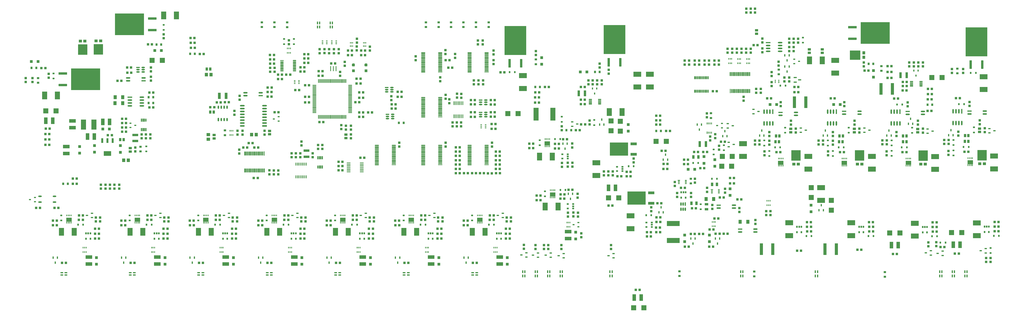
<source format=gbr>
G04 FAB 3000 Version 8.1.40 - Gerber/CAM Software*
G04 RS274-X Output*
%FSLAX35Y35*%
%MIA0B0*%
%MOIN*%
%SFA1.000000B1.000000*%

%IPPOS*%
%AMRECT_ROUNDED85*
4,1,38,0.000000,0.012500,
-0.010250,0.012500,
-0.011549,0.012363,
-0.012792,0.011960,
-0.013924,0.011306,
-0.014895,0.010432,
-0.015663,0.009375,
-0.016194,0.008181,
-0.016466,0.006903,
-0.016500,0.006250,
-0.016500,-0.006250,
-0.016363,-0.007549,
-0.015960,-0.008792,
-0.015306,-0.009924,
-0.014432,-0.010895,
-0.013375,-0.011663,
-0.012181,-0.012194,
-0.010903,-0.012466,
-0.010250,-0.012500,
0.010250,-0.012500,
0.011549,-0.012363,
0.012792,-0.011960,
0.013924,-0.011306,
0.014895,-0.010432,
0.015663,-0.009375,
0.016194,-0.008181,
0.016466,-0.006903,
0.016500,-0.006250,
0.016500,0.006250,
0.016363,0.007549,
0.015960,0.008792,
0.015306,0.009924,
0.014432,0.010895,
0.013375,0.011663,
0.012181,0.012194,
0.010903,0.012466,
0.010250,0.012500,
0.000000,0.012500,
0.000000,0.012500,0.0*
%
%AMRECT_ROUNDED89*
4,1,38,0.000000,0.008858,
-0.023130,0.008858,
-0.024051,0.008761,
-0.024931,0.008475,
-0.025733,0.008012,
-0.026421,0.007393,
-0.026966,0.006644,
-0.027342,0.005798,
-0.027535,0.004892,
-0.027559,0.004429,
-0.027559,-0.004429,
-0.027462,-0.005350,
-0.027176,-0.006231,
-0.026713,-0.007033,
-0.026094,-0.007721,
-0.025344,-0.008265,
-0.024499,-0.008641,
-0.023593,-0.008834,
-0.023130,-0.008858,
0.023130,-0.008858,
0.024051,-0.008761,
0.024931,-0.008475,
0.025733,-0.008012,
0.026421,-0.007393,
0.026966,-0.006644,
0.027342,-0.005798,
0.027535,-0.004892,
0.027559,-0.004429,
0.027559,0.004429,
0.027462,0.005350,
0.027176,0.006231,
0.026713,0.007033,
0.026094,0.007721,
0.025344,0.008265,
0.024499,0.008641,
0.023593,0.008834,
0.023130,0.008858,
0.000000,0.008858,
0.000000,0.008858,0.0*
%
%AMRECT_ROUNDED96*
4,1,38,0.000000,0.018701,
-0.003937,0.018701,
-0.004756,0.018615,
-0.005538,0.018360,
-0.006251,0.017949,
-0.006863,0.017398,
-0.007347,0.016732,
-0.007681,0.015980,
-0.007852,0.015175,
-0.007874,0.014764,
-0.007874,-0.014764,
-0.007788,-0.015582,
-0.007534,-0.016365,
-0.007122,-0.017078,
-0.006571,-0.017690,
-0.005906,-0.018173,
-0.005154,-0.018508,
-0.004349,-0.018679,
-0.003937,-0.018701,
0.003937,-0.018701,
0.004756,-0.018615,
0.005538,-0.018360,
0.006251,-0.017949,
0.006863,-0.017398,
0.007347,-0.016732,
0.007681,-0.015980,
0.007852,-0.015175,
0.007874,-0.014764,
0.007874,0.014764,
0.007788,0.015582,
0.007534,0.016365,
0.007122,0.017078,
0.006571,0.017690,
0.005906,0.018173,
0.005154,0.018508,
0.004349,0.018679,
0.003937,0.018701,
0.000000,0.018701,
0.000000,0.018701,0.0*
%
%AMRECT_ROUNDED102*
4,1,38,0.000000,0.011811,
-0.003346,0.011811,
-0.004042,0.011738,
-0.004708,0.011522,
-0.005313,0.011172,
-0.005833,0.010704,
-0.006245,0.010138,
-0.006529,0.009499,
-0.006675,0.008814,
-0.006693,0.008465,
-0.006693,-0.008465,
-0.006620,-0.009160,
-0.006404,-0.009826,
-0.006054,-0.010432,
-0.005586,-0.010951,
-0.005020,-0.011363,
-0.004381,-0.011647,
-0.003696,-0.011793,
-0.003346,-0.011811,
0.003346,-0.011811,
0.004042,-0.011738,
0.004708,-0.011522,
0.005313,-0.011172,
0.005833,-0.010704,
0.006245,-0.010138,
0.006529,-0.009499,
0.006675,-0.008814,
0.006693,-0.008465,
0.006693,0.008465,
0.006620,0.009160,
0.006404,0.009826,
0.006054,0.010432,
0.005586,0.010951,
0.005020,0.011363,
0.004381,0.011647,
0.003696,0.011793,
0.003346,0.011811,
0.000000,0.011811,
0.000000,0.011811,0.0*
%
%AMRECT_ROUNDED107*
4,1,38,0.000000,0.012795,
-0.003937,0.012795,
-0.004756,0.012709,
-0.005538,0.012455,
-0.006251,0.012043,
-0.006863,0.011493,
-0.007347,0.010827,
-0.007681,0.010075,
-0.007852,0.009270,
-0.007874,0.008858,
-0.007874,-0.008858,
-0.007788,-0.009677,
-0.007534,-0.010460,
-0.007122,-0.011172,
-0.006571,-0.011784,
-0.005906,-0.012268,
-0.005154,-0.012603,
-0.004349,-0.012774,
-0.003937,-0.012795,
0.003937,-0.012795,
0.004756,-0.012709,
0.005538,-0.012455,
0.006251,-0.012043,
0.006863,-0.011493,
0.007347,-0.010827,
0.007681,-0.010075,
0.007852,-0.009270,
0.007874,-0.008858,
0.007874,0.008858,
0.007788,0.009677,
0.007534,0.010460,
0.007122,0.011172,
0.006571,0.011784,
0.005906,0.012268,
0.005154,0.012603,
0.004349,0.012774,
0.003937,0.012795,
0.000000,0.012795,
0.000000,0.012795,0.0*
%
%AMRECT_ROUNDED109*
4,1,38,0.000000,0.017717,
-0.006398,0.017717,
-0.007728,0.017577,
-0.009000,0.017163,
-0.010158,0.016495,
-0.011152,0.015600,
-0.011938,0.014518,
-0.012482,0.013296,
-0.012760,0.011988,
-0.012795,0.011319,
-0.012795,-0.011319,
-0.012655,-0.012649,
-0.012242,-0.013921,
-0.011573,-0.015079,
-0.010678,-0.016073,
-0.009596,-0.016859,
-0.008375,-0.017403,
-0.007066,-0.017681,
-0.006398,-0.017717,
0.006398,-0.017717,
0.007728,-0.017577,
0.009000,-0.017163,
0.010158,-0.016495,
0.011152,-0.015600,
0.011938,-0.014518,
0.012482,-0.013296,
0.012760,-0.011988,
0.012795,-0.011319,
0.012795,0.011319,
0.012655,0.012649,
0.012242,0.013921,
0.011573,0.015079,
0.010678,0.016073,
0.009596,0.016859,
0.008375,0.017403,
0.007066,0.017681,
0.006398,0.017717,
0.000000,0.017717,
0.000000,0.017717,0.0*
%
%AMRECT_ROUNDED121*
4,1,38,0.000000,0.028543,
-0.005906,0.028543,
-0.007133,0.028414,
-0.008308,0.028033,
-0.009377,0.027415,
-0.010294,0.026589,
-0.011020,0.025591,
-0.011522,0.024463,
-0.011779,0.023255,
-0.011811,0.022638,
-0.011811,-0.022638,
-0.011682,-0.023866,
-0.011300,-0.025040,
-0.010683,-0.026109,
-0.009857,-0.027026,
-0.008858,-0.027752,
-0.007730,-0.028254,
-0.006523,-0.028511,
-0.005906,-0.028543,
0.005906,-0.028543,
0.007133,-0.028414,
0.008307,-0.028033,
0.009377,-0.027415,
0.010294,-0.026589,
0.011020,-0.025591,
0.011522,-0.024463,
0.011779,-0.023255,
0.011811,-0.022638,
0.011811,0.022638,
0.011682,0.023866,
0.011300,0.025040,
0.010683,0.026109,
0.009857,0.027026,
0.008858,0.027752,
0.007730,0.028254,
0.006523,0.028511,
0.005906,0.028543,
0.000000,0.028543,
0.000000,0.028543,0.0*
%
%AMRECT_ROUNDED141*
4,1,38,0.000000,0.020669,
-0.064469,0.020669,
-0.066617,0.020443,
-0.068672,0.019776,
-0.070543,0.018696,
-0.072149,0.017250,
-0.073419,0.015502,
-0.074297,0.013528,
-0.074747,0.011415,
-0.074803,0.010335,
-0.074803,-0.010335,
-0.074577,-0.012483,
-0.073910,-0.014538,
-0.072829,-0.016409,
-0.071384,-0.018015,
-0.069636,-0.019285,
-0.067662,-0.020163,
-0.065549,-0.020613,
-0.064469,-0.020669,
0.064469,-0.020669,
0.066617,-0.020443,
0.068672,-0.019776,
0.070543,-0.018696,
0.072149,-0.017250,
0.073419,-0.015502,
0.074297,-0.013528,
0.074747,-0.011415,
0.074803,-0.010335,
0.074803,0.010335,
0.074577,0.012483,
0.073910,0.014538,
0.072829,0.016409,
0.071384,0.018015,
0.069636,0.019285,
0.067662,0.020163,
0.065549,0.020613,
0.064469,0.020669,
0.000000,0.020669,
0.000000,0.020669,0.0*
%
%AMRECT_ROUNDED147*
4,1,38,0.000000,0.025000,
-0.012500,0.025000,
-0.015099,0.024727,
-0.017584,0.023919,
-0.019847,0.022613,
-0.021789,0.020864,
-0.023325,0.018750,
-0.024388,0.016363,
-0.024932,0.013807,
-0.025000,0.012500,
-0.025000,-0.012500,
-0.024727,-0.015099,
-0.023919,-0.017584,
-0.022613,-0.019847,
-0.020864,-0.021789,
-0.018750,-0.023325,
-0.016363,-0.024388,
-0.013807,-0.024932,
-0.012500,-0.025000,
0.012500,-0.025000,
0.015099,-0.024727,
0.017584,-0.023919,
0.019847,-0.022613,
0.021789,-0.020864,
0.023325,-0.018750,
0.024388,-0.016363,
0.024932,-0.013807,
0.025000,-0.012500,
0.025000,0.012500,
0.024727,0.015099,
0.023919,0.017584,
0.022613,0.019847,
0.020864,0.021789,
0.018750,0.023325,
0.016363,0.024388,
0.013807,0.024932,
0.012500,0.025000,
0.000000,0.025000,
0.000000,0.025000,0.0*
%
%AMRECT_ROUNDED152*
4,1,38,0.000000,0.012795,
-0.011319,0.012795,
-0.012649,0.012655,
-0.013921,0.012242,
-0.015079,0.011573,
-0.016073,0.010678,
-0.016859,0.009596,
-0.017403,0.008375,
-0.017681,0.007066,
-0.017717,0.006398,
-0.017717,-0.006398,
-0.017577,-0.007728,
-0.017163,-0.009000,
-0.016495,-0.010158,
-0.015600,-0.011152,
-0.014518,-0.011938,
-0.013296,-0.012482,
-0.011988,-0.012760,
-0.011319,-0.012795,
0.011319,-0.012795,
0.012649,-0.012655,
0.013921,-0.012242,
0.015079,-0.011573,
0.016073,-0.010678,
0.016859,-0.009596,
0.017403,-0.008375,
0.017681,-0.007066,
0.017717,-0.006398,
0.017717,0.006398,
0.017577,0.007728,
0.017163,0.009000,
0.016495,0.010158,
0.015600,0.011152,
0.014518,0.011938,
0.013296,0.012482,
0.011988,0.012760,
0.011319,0.012795,
0.000000,0.012795,
0.000000,0.012795,0.0*
%
%AMRECT_ROUNDED157*
4,1,38,0.000000,0.016500,
-0.006250,0.016500,
-0.007549,0.016363,
-0.008792,0.015960,
-0.009924,0.015306,
-0.010895,0.014432,
-0.011663,0.013375,
-0.012194,0.012181,
-0.012466,0.010903,
-0.012500,0.010250,
-0.012500,-0.010250,
-0.012363,-0.011549,
-0.011960,-0.012792,
-0.011306,-0.013924,
-0.010432,-0.014895,
-0.009375,-0.015663,
-0.008181,-0.016194,
-0.006903,-0.016466,
-0.006250,-0.016500,
0.006250,-0.016500,
0.007549,-0.016363,
0.008792,-0.015960,
0.009924,-0.015306,
0.010895,-0.014432,
0.011663,-0.013375,
0.012194,-0.012181,
0.012466,-0.010903,
0.012500,-0.010250,
0.012500,0.010250,
0.012363,0.011549,
0.011960,0.012792,
0.011306,0.013924,
0.010432,0.014895,
0.009375,0.015663,
0.008181,0.016194,
0.006903,0.016466,
0.006250,0.016500,
0.000000,0.016500,
0.000000,0.016500,0.0*
%
%AMRECT_ROUNDED160*
4,1,38,0.000000,0.074803,
-0.010335,0.074803,
-0.012483,0.074577,
-0.014538,0.073910,
-0.016409,0.072829,
-0.018015,0.071384,
-0.019285,0.069636,
-0.020163,0.067662,
-0.020613,0.065549,
-0.020669,0.064469,
-0.020669,-0.064469,
-0.020443,-0.066617,
-0.019776,-0.068672,
-0.018696,-0.070543,
-0.017250,-0.072149,
-0.015502,-0.073419,
-0.013528,-0.074297,
-0.011415,-0.074747,
-0.010335,-0.074803,
0.010335,-0.074803,
0.012483,-0.074577,
0.014538,-0.073910,
0.016409,-0.072829,
0.018015,-0.071384,
0.019285,-0.069636,
0.020163,-0.067662,
0.020613,-0.065549,
0.020669,-0.064469,
0.020669,0.064469,
0.020443,0.066617,
0.019776,0.068672,
0.018696,0.070543,
0.017250,0.072149,
0.015502,0.073419,
0.013528,0.074297,
0.011415,0.074747,
0.010335,0.074803,
0.000000,0.074803,
0.000000,0.074803,0.0*
%
%AMRECT_ROUNDED166*
4,1,38,0.000000,0.006693,
-0.008465,0.006693,
-0.009160,0.006620,
-0.009826,0.006404,
-0.010432,0.006054,
-0.010951,0.005586,
-0.011363,0.005020,
-0.011647,0.004381,
-0.011793,0.003696,
-0.011811,0.003346,
-0.011811,-0.003346,
-0.011738,-0.004042,
-0.011522,-0.004708,
-0.011172,-0.005313,
-0.010704,-0.005833,
-0.010138,-0.006245,
-0.009499,-0.006529,
-0.008814,-0.006675,
-0.008465,-0.006693,
0.008465,-0.006693,
0.009160,-0.006620,
0.009826,-0.006404,
0.010432,-0.006054,
0.010951,-0.005586,
0.011363,-0.005020,
0.011647,-0.004381,
0.011793,-0.003696,
0.011811,-0.003346,
0.011811,0.003346,
0.011738,0.004042,
0.011522,0.004708,
0.011172,0.005313,
0.010704,0.005833,
0.010138,0.006245,
0.009499,0.006529,
0.008814,0.006675,
0.008465,0.006693,
0.000000,0.006693,
0.000000,0.006693,0.0*
%
%AMRECT_ROUNDED179*
4,1,38,0.000000,0.007874,
-0.008858,0.007874,
-0.009677,0.007788,
-0.010460,0.007534,
-0.011172,0.007122,
-0.011784,0.006571,
-0.012268,0.005906,
-0.012603,0.005154,
-0.012774,0.004349,
-0.012795,0.003937,
-0.012795,-0.003937,
-0.012709,-0.004756,
-0.012455,-0.005538,
-0.012043,-0.006251,
-0.011493,-0.006863,
-0.010827,-0.007347,
-0.010075,-0.007681,
-0.009270,-0.007852,
-0.008858,-0.007874,
0.008858,-0.007874,
0.009677,-0.007788,
0.010460,-0.007534,
0.011172,-0.007122,
0.011784,-0.006571,
0.012268,-0.005906,
0.012603,-0.005154,
0.012774,-0.004349,
0.012795,-0.003937,
0.012795,0.003937,
0.012709,0.004756,
0.012455,0.005538,
0.012043,0.006251,
0.011493,0.006863,
0.010827,0.007347,
0.010075,0.007681,
0.009270,0.007852,
0.008858,0.007874,
0.000000,0.007874,
0.000000,0.007874,0.0*
%
%AMRECT_ROUNDED185*
4,1,38,0.000000,0.027559,
-0.004429,0.027559,
-0.005350,0.027462,
-0.006231,0.027176,
-0.007033,0.026713,
-0.007721,0.026094,
-0.008265,0.025344,
-0.008641,0.024499,
-0.008834,0.023593,
-0.008858,0.023130,
-0.008858,-0.023130,
-0.008761,-0.024051,
-0.008475,-0.024931,
-0.008012,-0.025733,
-0.007393,-0.026421,
-0.006644,-0.026966,
-0.005798,-0.027342,
-0.004892,-0.027535,
-0.004429,-0.027559,
0.004429,-0.027559,
0.005350,-0.027462,
0.006231,-0.027176,
0.007033,-0.026713,
0.007721,-0.026094,
0.008265,-0.025344,
0.008641,-0.024499,
0.008834,-0.023593,
0.008858,-0.023130,
0.008858,0.023130,
0.008761,0.024051,
0.008475,0.024931,
0.008012,0.025733,
0.007393,0.026421,
0.006644,0.026966,
0.005798,0.027342,
0.004892,0.027535,
0.004429,0.027559,
0.000000,0.027559,
0.000000,0.027559,0.0*
%
%AMRECT_ROUNDED201*
4,1,38,0.000000,0.040500,
-0.020250,0.040500,
-0.024460,0.040057,
-0.028486,0.038749,
-0.032153,0.036633,
-0.035299,0.033800,
-0.037787,0.030375,
-0.039509,0.026508,
-0.040389,0.022367,
-0.040500,0.020250,
-0.040500,-0.020250,
-0.040057,-0.024460,
-0.038749,-0.028486,
-0.036633,-0.032153,
-0.033800,-0.035299,
-0.030375,-0.037787,
-0.026508,-0.039509,
-0.022367,-0.040389,
-0.020250,-0.040500,
0.020250,-0.040500,
0.024460,-0.040057,
0.028486,-0.038749,
0.032153,-0.036633,
0.035299,-0.033800,
0.037787,-0.030375,
0.039509,-0.026508,
0.040389,-0.022367,
0.040500,-0.020250,
0.040500,0.020250,
0.040057,0.024460,
0.038749,0.028486,
0.036633,0.032153,
0.033800,0.035299,
0.030375,0.037787,
0.026508,0.039509,
0.022367,0.040389,
0.020250,0.040500,
0.000000,0.040500,
0.000000,0.040500,0.0*
%
%AMoval87x72.189_55*
4,1,41,0.025300,0.026700,
0.033800,0.014600,
0.036808,0.009402,
0.038912,0.003778,
0.040053,-0.002118,
0.040200,-0.008121,
0.039349,-0.014066,
0.037523,-0.019787,
0.034773,-0.025125,
0.031176,-0.029934,
0.026830,-0.034078,
0.021857,-0.037444,
0.016394,-0.039938,
0.010593,-0.041491,
0.004615,-0.042060,
-0.001375,-0.041629,
-0.007210,-0.040210,
-0.012729,-0.037842,
-0.017778,-0.034591,
-0.022218,-0.030548,
-0.025300,-0.026700,
-0.033800,-0.014600,
-0.036808,-0.009402,
-0.038912,-0.003778,
-0.040053,0.002118,
-0.040200,0.008121,
-0.039349,0.014066,
-0.037523,0.019787,
-0.034773,0.025125,
-0.031176,0.029934,
-0.026830,0.034078,
-0.021857,0.037444,
-0.016394,0.039938,
-0.010593,0.041491,
-0.004615,0.042060,
0.001375,0.041629,
0.007210,0.040210,
0.012729,0.037842,
0.017778,0.034591,
0.022218,0.030548,
0.025300,0.026700,
0.025300,0.026700,0.0*
%
%AMoval89x72.189_25*
4,1,41,0.007600,0.036200,
0.022800,0.029100,
0.028005,0.026121,
0.032643,0.022319,
0.036585,0.017799,
0.039721,0.012687,
0.041964,0.007124,
0.043252,0.001267,
0.043548,-0.004723,
0.042845,-0.010679,
0.041163,-0.016436,
0.038547,-0.021833,
0.035070,-0.026720,
0.030830,-0.030961,
0.025944,-0.034440,
0.020549,-0.037057,
0.014793,-0.038743,
0.008837,-0.039448,
0.002847,-0.039154,
-0.003011,-0.037869,
-0.007600,-0.036200,
-0.022800,-0.029100,
-0.028005,-0.026121,
-0.032643,-0.022319,
-0.036585,-0.017799,
-0.039721,-0.012687,
-0.041964,-0.007124,
-0.043252,-0.001267,
-0.043548,0.004723,
-0.042846,0.010679,
-0.041163,0.016435,
-0.038547,0.021833,
-0.035070,0.026720,
-0.030830,0.030961,
-0.025944,0.034440,
-0.020549,0.037057,
-0.014793,0.038743,
-0.008837,0.039448,
-0.002847,0.039154,
0.003011,0.037869,
0.007600,0.036200,
0.007600,0.036200,0.0*
%
%AMoval89x72.189_335*
4,1,41,-0.022800,0.029100,
-0.007600,0.036200,
-0.001963,0.038269,
0.003940,0.039374,
0.009944,0.039483,
0.015883,0.038596,
0.021592,0.036735,
0.026913,0.033952,
0.031699,0.030324,
0.035816,0.025953,
0.039151,0.020959,
0.041611,0.015481,
0.043128,0.009671,
0.043659,0.003690,
0.043191,-0.002297,
0.041735,-0.008122,
0.039333,-0.013626,
0.036051,-0.018655,
0.031980,-0.023069,
0.027233,-0.026747,
0.022800,-0.029100,
0.007600,-0.036200,
0.001963,-0.038269,
-0.003940,-0.039374,
-0.009944,-0.039483,
-0.015883,-0.038596,
-0.021592,-0.036735,
-0.026913,-0.033952,
-0.031699,-0.030324,
-0.035816,-0.025953,
-0.039151,-0.020959,
-0.041611,-0.015481,
-0.043128,-0.009671,
-0.043659,-0.003690,
-0.043191,0.002296,
-0.041735,0.008122,
-0.039333,0.013626,
-0.036051,0.018655,
-0.031980,0.023069,
-0.027233,0.026747,
-0.022800,0.029100,
-0.022800,0.029100,0.0*
%
%AMoval87x72.189_305*
4,1,41,-0.033800,0.014600,
-0.025300,0.026700,
-0.021454,0.031309,
-0.016897,0.035217,
-0.011754,0.038314,
-0.006169,0.040514,
-0.000296,0.041756,
0.005702,0.042007,
0.011658,0.041257,
0.017407,0.039530,
0.022791,0.036872,
0.027657,0.033358,
0.031874,0.029085,
0.035322,0.024170,
0.037906,0.018752,
0.039556,0.012980,
0.040224,0.007014,
0.039892,0.001020,
0.038570,-0.004835,
0.036295,-0.010391,
0.033800,-0.014600,
0.025300,-0.026700,
0.021454,-0.031309,
0.016897,-0.035217,
0.011754,-0.038314,
0.006169,-0.040514,
0.000296,-0.041756,
-0.005702,-0.042007,
-0.011658,-0.041257,
-0.017407,-0.039530,
-0.022791,-0.036872,
-0.027657,-0.033358,
-0.031873,-0.029085,
-0.035322,-0.024170,
-0.037906,-0.018752,
-0.039556,-0.012980,
-0.040224,-0.007014,
-0.039892,-0.001020,
-0.038570,0.004835,
-0.036295,0.010391,
-0.033800,0.014600,
-0.033800,0.014600,0.0*
%
%AMOCTAGON212*
4,1,9,-0.011000,0.022000,
-0.022000,0.011000,
-0.022000,-0.011000,
-0.011000,-0.022000,
0.011000,-0.022000,
0.022000,-0.011000,
0.022000,0.011000,
0.011000,0.022000,
-0.011000,0.022000,
-0.011000,0.022000,0.0*
%
%AMRECT_ROUNDED256*
4,1,38,0.000000,0.026500,
-0.013250,0.026500,
-0.016005,0.026210,
-0.018639,0.025354,
-0.021038,0.023969,
-0.023097,0.022116,
-0.024725,0.019875,
-0.025851,0.017344,
-0.026427,0.014635,
-0.026500,0.013250,
-0.026500,-0.013250,
-0.026210,-0.016005,
-0.025354,-0.018639,
-0.023969,-0.021038,
-0.022116,-0.023097,
-0.019875,-0.024725,
-0.017344,-0.025851,
-0.014635,-0.026427,
-0.013250,-0.026500,
0.013250,-0.026500,
0.016005,-0.026210,
0.018639,-0.025354,
0.021038,-0.023969,
0.023097,-0.022116,
0.024725,-0.019875,
0.025851,-0.017344,
0.026427,-0.014635,
0.026500,-0.013250,
0.026500,0.013250,
0.026210,0.016005,
0.025354,0.018639,
0.023969,0.021038,
0.022116,0.023097,
0.019875,0.024725,
0.017344,0.025852,
0.014635,0.026427,
0.013250,0.026500,
0.000000,0.026500,
0.000000,0.026500,0.0*
%
%AMRECT_ROUNDED257*
4,1,38,0.000000,0.028500,
-0.014250,0.028500,
-0.017213,0.028189,
-0.020046,0.027268,
-0.022626,0.025778,
-0.024840,0.023785,
-0.026591,0.021375,
-0.027803,0.018653,
-0.028422,0.015740,
-0.028500,0.014250,
-0.028500,-0.014250,
-0.028189,-0.017213,
-0.027268,-0.020046,
-0.025778,-0.022626,
-0.023785,-0.024840,
-0.021375,-0.026591,
-0.018653,-0.027803,
-0.015740,-0.028422,
-0.014250,-0.028500,
0.014250,-0.028500,
0.017213,-0.028189,
0.020046,-0.027268,
0.022626,-0.025778,
0.024840,-0.023785,
0.026591,-0.021375,
0.027803,-0.018654,
0.028422,-0.015740,
0.028500,-0.014250,
0.028500,0.014250,
0.028189,0.017213,
0.027268,0.020046,
0.025778,0.022626,
0.023785,0.024840,
0.021375,0.026591,
0.018653,0.027803,
0.015740,0.028422,
0.014250,0.028500,
0.000000,0.028500,
0.000000,0.028500,0.0*
%
%AMoval83x68.189_55*
4,1,41,0.023600,0.025600,
0.032100,0.013400,
0.035005,0.008346,
0.037004,0.002870,
0.038037,-0.002867,
0.038074,-0.008696,
0.037115,-0.014446,
0.035187,-0.019947,
0.032348,-0.025038,
0.028680,-0.029569,
0.024291,-0.033406,
0.019311,-0.036437,
0.013887,-0.038572,
0.008178,-0.039748,
0.002351,-0.039931,
-0.003420,-0.039116,
-0.008969,-0.037326,
-0.014129,-0.034615,
-0.018750,-0.031061,
-0.022695,-0.026770,
-0.023600,-0.025600,
-0.032100,-0.013400,
-0.035005,-0.008346,
-0.037004,-0.002870,
-0.038037,0.002867,
-0.038074,0.008696,
-0.037115,0.014446,
-0.035187,0.019948,
-0.032348,0.025038,
-0.028680,0.029569,
-0.024291,0.033406,
-0.019311,0.036437,
-0.013887,0.038572,
-0.008178,0.039748,
-0.002351,0.039931,
0.003420,0.039116,
0.008969,0.037326,
0.014129,0.034615,
0.018750,0.031061,
0.022695,0.026770,
0.023600,0.025600,
0.023600,0.025600,0.0*
%
%AMoval85x68.189_25*
4,1,41,0.006700,0.034400,
0.022000,0.027300,
0.027051,0.024386,
0.031530,0.020653,
0.035305,0.016209,
0.038265,0.011185,
0.040323,0.005730,
0.041419,0.000002,
0.041520,-0.005827,
0.040624,-0.011589,
0.038756,-0.017113,
0.035972,-0.022236,
0.032353,-0.026808,
0.028006,-0.030695,
0.023059,-0.033782,
0.017658,-0.035978,
0.011961,-0.037219,
0.006135,-0.037468,
0.000352,-0.036719,
-0.005217,-0.034992,
-0.006700,-0.034400,
-0.022000,-0.027300,
-0.027051,-0.024386,
-0.031530,-0.020653,
-0.035305,-0.016209,
-0.038265,-0.011185,
-0.040323,-0.005730,
-0.041419,-0.000002,
-0.041520,0.005827,
-0.040624,0.011589,
-0.038756,0.017113,
-0.035972,0.022236,
-0.032353,0.026808,
-0.028006,0.030695,
-0.023059,0.033782,
-0.017658,0.035978,
-0.011961,0.037219,
-0.006135,0.037468,
-0.000352,0.036719,
0.005217,0.034992,
0.006700,0.034400,
0.006700,0.034400,0.0*
%
%AMoval85x68.189_335*
4,1,41,-0.022000,0.027300,
-0.006700,0.034400,
-0.001214,0.036388,
0.004531,0.037410,
0.010366,0.037436,
0.016120,0.036465,
0.021623,0.034526,
0.026715,0.031676,
0.031245,0.027999,
0.035081,0.023602,
0.038110,0.018614,
0.040243,0.013183,
0.041417,0.007467,
0.041597,0.001635,
0.040780,-0.004143,
0.038987,-0.009696,
0.036273,-0.014861,
0.032717,-0.019487,
0.028423,-0.023439,
0.023518,-0.026598,
0.022000,-0.027300,
0.006700,-0.034400,
0.001214,-0.036388,
-0.004531,-0.037410,
-0.010366,-0.037436,
-0.016120,-0.036465,
-0.021623,-0.034526,
-0.026715,-0.031676,
-0.031245,-0.027999,
-0.035081,-0.023602,
-0.038110,-0.018614,
-0.040243,-0.013183,
-0.041417,-0.007467,
-0.041597,-0.001635,
-0.040780,0.004143,
-0.038987,0.009696,
-0.036273,0.014861,
-0.032717,0.019487,
-0.028423,0.023439,
-0.023518,0.026598,
-0.022000,0.027300,
-0.022000,0.027300,0.0*
%
%AMoval83x68.189_305*
4,1,41,-0.032100,0.013400,
-0.023600,0.025600,
-0.019843,0.030061,
-0.015379,0.033814,
-0.010340,0.036750,
-0.004873,0.038782,
0.000860,0.039850,
0.006692,0.039923,
0.012450,0.038999,
0.017967,0.037104,
0.023078,0.034295,
0.027634,0.030654,
0.031501,0.026289,
0.034566,0.021326,
0.036738,0.015914,
0.037953,0.010210,
0.038176,0.004382,
0.037400,-0.001398,
0.035648,-0.006961,
0.032972,-0.012143,
0.032100,-0.013400,
0.023600,-0.025600,
0.019843,-0.030061,
0.015379,-0.033815,
0.010340,-0.036750,
0.004873,-0.038782,
-0.000860,-0.039850,
-0.006692,-0.039923,
-0.012450,-0.038999,
-0.017967,-0.037104,
-0.023078,-0.034295,
-0.027634,-0.030654,
-0.031501,-0.026289,
-0.034566,-0.021326,
-0.036738,-0.015914,
-0.037953,-0.010209,
-0.038176,-0.004381,
-0.037400,0.001398,
-0.035648,0.006961,
-0.032972,0.012143,
-0.032100,0.013400,
-0.032100,0.013400,0.0*
%
%AMRECT_ROUNDED368*
4,1,38,0.000000,0.021654,
-0.005906,0.021654,
-0.007133,0.021524,
-0.008308,0.021143,
-0.009377,0.020526,
-0.010294,0.019700,
-0.011020,0.018701,
-0.011522,0.017573,
-0.011779,0.016365,
-0.011811,0.015748,
-0.011811,-0.015748,
-0.011682,-0.016976,
-0.011300,-0.018150,
-0.010683,-0.019219,
-0.009857,-0.020137,
-0.008858,-0.020862,
-0.007730,-0.021365,
-0.006523,-0.021621,
-0.005906,-0.021654,
0.005906,-0.021654,
0.007133,-0.021524,
0.008307,-0.021143,
0.009377,-0.020526,
0.010294,-0.019700,
0.011020,-0.018701,
0.011522,-0.017573,
0.011779,-0.016365,
0.011811,-0.015748,
0.011811,0.015748,
0.011682,0.016976,
0.011300,0.018150,
0.010683,0.019219,
0.009857,0.020137,
0.008858,0.020862,
0.007730,0.021365,
0.006523,0.021621,
0.005906,0.021654,
0.000000,0.021654,
0.000000,0.021654,0.0*
%
%AMRECT_ROUNDED374*
4,1,42,0.000000,0.052165,
-0.065453,0.052165,
-0.070535,0.051665,
-0.075423,0.050185,
-0.079929,0.047780,
-0.083879,0.044543,
-0.087123,0.040598,
-0.089536,0.036097,
-0.091026,0.031212,
-0.091535,0.026131,
-0.091535,0.026083,
-0.091535,-0.026083,
-0.091035,-0.031165,
-0.089555,-0.036053,
-0.087150,-0.040558,
-0.083913,-0.044509,
-0.079968,-0.047753,
-0.075467,-0.050166,
-0.070582,-0.051656,
-0.065501,-0.052165,
-0.065453,-0.052165,
0.065453,-0.052165,
0.070535,-0.051665,
0.075423,-0.050185,
0.079929,-0.047780,
0.083879,-0.044543,
0.087123,-0.040598,
0.089536,-0.036097,
0.091026,-0.031212,
0.091535,-0.026131,
0.091535,-0.026083,
0.091535,0.026083,
0.091035,0.031165,
0.089555,0.036053,
0.087150,0.040558,
0.083913,0.044509,
0.079968,0.047753,
0.075467,0.050166,
0.070582,0.051656,
0.065501,0.052165,
0.065453,0.052165,
0.000000,0.052165,
0.000000,0.052165,0.0*
%
%AMRECT_ROUNDED382*
4,1,38,0.000000,0.020500,
-0.013250,0.020500,
-0.014757,0.020342,
-0.016199,0.019873,
-0.017511,0.019115,
-0.018638,0.018101,
-0.019529,0.016875,
-0.020145,0.015490,
-0.020460,0.014008,
-0.020500,0.013250,
-0.020500,-0.013250,
-0.020342,-0.014757,
-0.019873,-0.016199,
-0.019115,-0.017511,
-0.018101,-0.018638,
-0.016875,-0.019529,
-0.015490,-0.020145,
-0.014008,-0.020460,
-0.013250,-0.020500,
0.013250,-0.020500,
0.014757,-0.020342,
0.016199,-0.019873,
0.017511,-0.019115,
0.018638,-0.018101,
0.019529,-0.016875,
0.020145,-0.015490,
0.020460,-0.014008,
0.020500,-0.013250,
0.020500,0.013250,
0.020342,0.014757,
0.019873,0.016199,
0.019115,0.017511,
0.018101,0.018638,
0.016875,0.019529,
0.015490,0.020145,
0.014008,0.020460,
0.013250,0.020500,
0.000000,0.020500,
0.000000,0.020500,0.0*
%
%AMRECT_ROUNDED383*
4,1,38,0.000000,0.022500,
-0.014250,0.022500,
-0.015965,0.022320,
-0.017606,0.021787,
-0.019099,0.020924,
-0.020381,0.019770,
-0.021395,0.018375,
-0.022096,0.016799,
-0.022455,0.015112,
-0.022500,0.014250,
-0.022500,-0.014250,
-0.022320,-0.015965,
-0.021787,-0.017606,
-0.020924,-0.019099,
-0.019770,-0.020381,
-0.018375,-0.021395,
-0.016799,-0.022096,
-0.015112,-0.022455,
-0.014250,-0.022500,
0.014250,-0.022500,
0.015965,-0.022320,
0.017606,-0.021787,
0.019099,-0.020924,
0.020381,-0.019770,
0.021395,-0.018375,
0.022096,-0.016799,
0.022455,-0.015112,
0.022500,-0.014250,
0.022500,0.014250,
0.022320,0.015965,
0.021787,0.017606,
0.020924,0.019099,
0.019770,0.020381,
0.018375,0.021395,
0.016799,0.022096,
0.015112,0.022455,
0.014250,0.022500,
0.000000,0.022500,
0.000000,0.022500,0.0*
%
%ADD10C,0.005000*%
%ADD11C,0.010000*%
%ADD12C,0.009843*%
%ADD13C,0.023622*%
%ADD14C,0.007874*%
%ADD15C,0.006000*%
%ADD16C,0.020000*%
%ADD17C,0.003937*%
%ADD18C,0.008000*%
%ADD19R,0.005513X0.028837*%
%ADD20C,0.021563*%
%ADD21R,0.010875X0.005512*%
%ADD22R,0.005512X0.010876*%
%ADD23C,0.006938*%
%ADD24R,0.007750X0.038450*%
%ADD25R,0.252498X0.106224*%
%ADD26R,0.007350X0.014500*%
%ADD27R,0.014500X0.007350*%
%ADD28R,0.436258X0.106224*%
%ADD29R,0.435009X0.106390*%
%ADD30C,0.009250*%
%ADD31R,0.005812X0.028838*%
%ADD32R,0.337381X0.106390*%
%ADD33R,0.438840X0.121717*%
%ADD34R,0.050980X0.017660*%
%ADD35R,0.007350X0.038450*%
%ADD36R,0.007350X0.027850*%
%ADD37R,0.007350X0.006800*%
%ADD38R,0.022950X0.003600*%
%ADD39R,0.560709X0.106390*%
%ADD40R,0.012246X0.064057*%
%ADD41C,0.047898*%
%ADD42R,0.012912X0.064057*%
%ADD43R,0.387694X0.105141*%
%ADD44R,0.458945X0.131298*%
%ADD45R,0.018074X0.089665*%
%ADD46C,0.028751*%
%ADD47R,0.056850X0.078650*%
%ADD48R,0.026564X0.013465*%
%ADD49C,0.016946*%
%ADD50R,0.013465X0.012458*%
%ADD51R,0.013465X0.051021*%
%ADD52C,0.052670*%
%ADD53R,0.030600X0.004800*%
%ADD54R,0.024157X0.007914*%
%ADD55R,0.007830X0.046398*%
%ADD56R,0.007830X0.008996*%
%ADD57R,0.007830X0.064058*%
%ADD58R,0.003910X0.018470*%
%ADD59C,0.005990*%
%ADD60C,0.012314*%
%ADD61C,0.012355*%
%ADD62R,0.003910X0.029037*%
%ADD63C,0.032906*%
%ADD64C,0.027414*%
%ADD65R,0.322387X0.104307*%
%ADD66R,0.008496X0.064057*%
%ADD67R,0.304145X0.106390*%
%ADD68R,0.007913X0.012911*%
%ADD69C,0.015411*%
%ADD70R,0.521224X0.106224*%
%ADD71R,0.099775X0.248575*%
%ADD72R,0.434259X0.106224*%
%ADD73R,0.027822X0.015327*%
%ADD74R,0.218800X0.099775*%
%ADD75R,0.011625X0.057675*%
%ADD76R,0.463248X0.104307*%
%ADD77R,0.452085X0.106224*%
%ADD78R,0.021075X0.056477*%
%ADD79C,0.021862*%
%ADD80R,0.028837X0.005513*%
%ADD81R,0.281737X0.105224*%
%ADD82R,0.057087X0.045276*%
%ADD83R,0.163386X0.183071*%
%ADD84R,0.033000X0.025000*%
%ADD85RECT_ROUNDED85*%
%ADD86R,0.137795X0.086614*%
%ADD87R,0.043307X0.037402*%
%ADD88R,0.037402X0.043307*%
%ADD89RECT_ROUNDED89*%
%ADD90O,0.055118X0.017717*%
%ADD91R,0.039370X0.011811*%
%ADD92O,0.039370X0.011811*%
%ADD93O,0.011811X0.066929*%
%ADD94O,0.066929X0.011811*%
%ADD95O,0.017717X0.055118*%
%ADD96RECT_ROUNDED96*%
%ADD97O,0.015748X0.037402*%
%ADD98O,0.059055X0.017717*%
%ADD99R,0.059055X0.017717*%
%ADD100R,0.183071X0.163386*%
%ADD101R,0.045276X0.057087*%
%ADD102RECT_ROUNDED102*%
%ADD103R,0.013386X0.023622*%
%ADD104O,0.013780X0.055118*%
%ADD105O,0.013780X0.066929*%
%ADD106R,0.015748X0.025591*%
%ADD107RECT_ROUNDED107*%
%ADD108R,0.025591X0.035433*%
%ADD109RECT_ROUNDED109*%
%ADD110R,0.023622X0.043307*%
%ADD111R,0.053150X0.023622*%
%ADD112R,0.033465X0.023622*%
%ADD113R,0.035433X0.082677*%
%ADD114R,0.125984X0.082677*%
%ADD115O,0.017717X0.072835*%
%ADD116R,0.017717X0.072835*%
%ADD117O,0.062992X0.023622*%
%ADD118R,0.074803X0.023622*%
%ADD119O,0.074803X0.023622*%
%ADD120O,0.023622X0.057087*%
%ADD121RECT_ROUNDED121*%
%ADD122O,0.082677X0.025591*%
%ADD123R,0.082677X0.025591*%
%ADD124O,0.059055X0.023622*%
%ADD125R,0.059055X0.023622*%
%ADD126R,0.089000X0.090551*%
%ADD127R,0.047244X0.110236*%
%ADD128R,0.053150X0.070866*%
%ADD129R,0.055118X0.061024*%
%ADD130R,0.055118X0.059055*%
%ADD131R,0.016535X0.027559*%
%ADD132R,0.016535X0.039370*%
%ADD133O,0.023622X0.078740*%
%ADD134R,0.023622X0.078740*%
%ADD135R,0.047244X0.023622*%
%ADD136R,0.039370X0.043307*%
%ADD137R,0.090551X0.177165*%
%ADD138R,0.106299X0.047244*%
%ADD139R,0.314961X0.228346*%
%ADD140R,0.149606X0.041339*%
%ADD141RECT_ROUNDED141*%
%ADD142R,0.500000X0.372047*%
%ADD143R,0.015748X0.086614*%
%ADD144R,0.043307X0.102362*%
%ADD145R,0.055118X0.043307*%
%ADD146R,0.050000X0.050000*%
%ADD147RECT_ROUNDED147*%
%ADD148R,0.220472X0.090551*%
%ADD149R,0.055118X0.204724*%
%ADD150R,0.043307X0.039370*%
%ADD151R,0.035433X0.025591*%
%ADD152RECT_ROUNDED152*%
%ADD153R,0.086614X0.137795*%
%ADD154R,0.090551X0.090551*%
%ADD155R,0.023622X0.047244*%
%ADD156R,0.025000X0.033000*%
%ADD157RECT_ROUNDED157*%
%ADD158R,0.059055X0.114173*%
%ADD159R,0.041339X0.149606*%
%ADD160RECT_ROUNDED160*%
%ADD161R,0.372047X0.500000*%
%ADD162R,0.047244X0.051181*%
%ADD163R,0.051181X0.047244*%
%ADD164R,0.114173X0.059055*%
%ADD165R,0.043307X0.023622*%
%ADD166RECT_ROUNDED166*%
%ADD167R,0.023622X0.013386*%
%ADD168R,0.090551X0.089000*%
%ADD169R,0.039370X0.062992*%
%ADD170R,0.062992X0.039370*%
%ADD171R,0.078740X0.023622*%
%ADD172O,0.078740X0.023622*%
%ADD173O,0.023622X0.059055*%
%ADD174R,0.023622X0.059055*%
%ADD175O,0.066929X0.013780*%
%ADD176R,0.072835X0.017717*%
%ADD177O,0.072835X0.017717*%
%ADD178R,0.043307X0.055118*%
%ADD179RECT_ROUNDED179*%
%ADD180R,0.025591X0.015748*%
%ADD181R,0.061024X0.055118*%
%ADD182R,0.059055X0.055118*%
%ADD183R,0.102362X0.043307*%
%ADD184R,0.023622X0.033465*%
%ADD185RECT_ROUNDED185*%
%ADD186R,0.090551X0.220472*%
%ADD187R,0.093307X0.066929*%
%ADD190C,0.150000*%
%ADD193C,0.062000*%
%ADD194R,0.062000X0.062000*%
%ADD195C,0.039370*%
%ADD196C,0.066000*%
%ADD197R,0.066000X0.066000*%
%ADD198C,0.064000*%
%ADD200C,0.059055*%
%ADD201RECT_ROUNDED201*%
%ADD204C,0.065000*%
%ADD205R,0.065000X0.065000*%
%ADD206C,0.314961*%
%ADD207oval87x72.189_55*%
%ADD208oval89x72.189_25*%
%ADD209oval89x72.189_335*%
%ADD210oval87x72.189_305*%
%ADD211C,0.044000*%
%ADD212OCTAGON212*%
%ADD213C,0.058000*%
%ADD214R,0.058000X0.058000*%
%ADD215C,0.160000*%
%ADD216C,0.055000*%
%ADD217C,0.045000*%
%ADD218C,0.215000*%
%ADD219C,0.090000*%
%ADD220R,0.057000X0.057000*%
%ADD221C,0.057000*%
%ADD222C,0.096000*%
%ADD223R,0.080000X0.080000*%
%ADD224C,0.080000*%
%ADD225C,0.148000*%
%ADD226C,0.128500*%
%ADD227C,0.146000*%
%ADD228C,0.208661*%
%ADD229C,0.069000*%
%ADD230R,0.069000X0.069000*%
%ADD231C,0.050000*%
%ADD232C,0.032000*%
%ADD233C,0.013000*%
%ADD234C,0.040000*%
%ADD235C,0.060000*%
%ADD236C,0.030000*%
%ADD237C,0.015000*%
%ADD238C,0.075000*%
%ADD239C,0.018000*%
%ADD240C,0.025000*%
%ADD241C,0.014000*%
%ADD242C,0.023000*%
%ADD243C,0.012000*%
%ADD244C,0.100000*%
%ADD245C,0.085000*%
%ADD246C,0.022000*%
%ADD247C,0.017000*%
%ADD248C,0.035000*%
%ADD249R,0.116000X0.133858*%
%ADD250R,0.113175X0.109154*%
%ADD251R,0.116000X0.124936*%
%ADD252R,0.077983X0.123952*%
%ADD253R,0.055000X0.080000*%
%ADD254R,0.140008X0.150898*%
%ADD255R,0.060000X0.060000*%
%ADD256RECT_ROUNDED256*%
%ADD257RECT_ROUNDED257*%
%ADD258C,0.053000*%
%ADD259oval83x68.189_55*%
%ADD260oval85x68.189_25*%
%ADD261oval85x68.189_335*%
%ADD262oval83x68.189_305*%
%ADD263C,0.195000*%
%ADD264C,0.128000*%
%ADD265C,0.027000*%
%ADD266R,0.072835X0.033465*%
%ADD267R,0.076772X0.033465*%
%ADD268R,0.143317X0.122047*%
%ADD269R,0.130652X0.143317*%
%ADD270R,0.122046X0.161909*%
%ADD271R,0.106299X0.149409*%
%ADD272R,0.106299X0.147638*%
%ADD273R,0.111220X0.075787*%
%ADD274R,0.130602X0.143317*%
%ADD275R,0.142332X0.122047*%
%ADD276R,0.075521X0.033465*%
%ADD277R,0.022186X0.024154*%
%ADD278R,0.032025X0.059587*%
%ADD279R,0.015003X0.018998*%
%ADD280R,0.047775X0.047776*%
%ADD281R,0.071394X0.045806*%
%ADD282C,0.166802*%
%ADD283C,0.167808*%
%ADD284R,0.047498X0.047497*%
%ADD285C,0.100863*%
%ADD286R,0.024153X0.022185*%
%ADD287C,0.047921*%
%ADD288R,0.015294X0.020217*%
%ADD289R,0.052559X0.075276*%
%ADD290R,0.031044X0.025138*%
%ADD291R,0.068894X0.043305*%
%ADD292R,0.083901X0.058307*%
%ADD293C,0.149219*%
%ADD294R,0.043308X0.068898*%
%ADD295R,0.042501X0.042500*%
%ADD296C,0.082707*%
%ADD297R,0.084190X0.094035*%
%ADD298C,0.060676*%
%ADD299R,0.038501X0.038498*%
%ADD300R,0.112733X0.047777*%
%ADD301R,0.082000X0.082000*%
%ADD302R,0.030057X0.104863*%
%ADD303C,0.160775*%
%ADD304R,0.024153X0.014310*%
%ADD305R,0.024154X0.030057*%
%ADD306R,0.030060X0.024154*%
%ADD307R,0.024153X0.021202*%
%ADD308R,0.029076X0.014311*%
%ADD309R,0.028092X0.026120*%
%ADD310R,0.014310X0.024150*%
%ADD311R,0.019000X0.015001*%
%ADD312R,0.019233X0.014309*%
%ADD313R,0.045808X0.071399*%
%ADD314C,0.059507*%
%ADD315C,0.170822*%
%ADD316C,0.060517*%
%ADD317C,0.070605*%
%ADD318R,0.022187X0.033995*%
%ADD319R,0.033996X0.022185*%
%ADD320C,0.084724*%
%ADD321R,0.026120X0.028091*%
%ADD322R,0.024156X0.053680*%
%ADD323R,0.053680X0.024150*%
%ADD324C,0.079737*%
%ADD325C,0.080691*%
%ADD326R,0.030058X0.032028*%
%ADD327C,0.229369*%
%ADD328C,0.116561*%
%ADD329C,0.077664*%
%ADD330R,0.089000X0.089000*%
%ADD331R,0.077000X0.077000*%
%ADD332C,0.180871*%
%ADD333R,0.024156X0.034686*%
%ADD334R,0.015296X0.010372*%
%ADD335R,0.055591X0.000591*%
%ADD336R,0.010373X0.045805*%
%ADD337R,0.010374X0.015295*%
%ADD338R,0.021201X0.024154*%
%ADD339R,0.026656X0.024685*%
%ADD340R,0.032562X0.026652*%
%ADD341R,0.046336X0.017796*%
%ADD342R,0.032556X0.034528*%
%ADD343R,0.026654X0.023702*%
%ADD344R,0.159981X0.116672*%
%ADD345R,0.022717X0.046339*%
%ADD346R,0.034528X0.062085*%
%ADD347R,0.028620X0.030591*%
%ADD348R,0.050278X0.093585*%
%ADD349R,0.030589X0.028622*%
%ADD350R,0.024685X0.036493*%
%ADD351R,0.024686X0.026654*%
%ADD352R,0.062085X0.034526*%
%ADD353R,0.067992X0.046339*%
%ADD354R,0.032558X0.035512*%
%ADD355R,0.020216X0.015296*%
%ADD356C,0.089768*%
%ADD357R,0.047776X0.112735*%
%ADD358R,0.040002X0.040000*%
%ADD359R,0.059586X0.032026*%
%ADD360R,0.035001X0.035000*%
%ADD361C,0.078673*%
%ADD362R,0.100000X0.100000*%
%ADD363R,0.078000X0.078000*%
%ADD364C,0.085733*%
%ADD365R,0.085000X0.085000*%
%ADD366C,0.073630*%
%ADD367R,0.029000X0.161000*%
%ADD368RECT_ROUNDED368*%
%ADD369R,0.070000X0.200000*%
%ADD370R,0.094488X0.129921*%
%ADD371R,0.053150X0.129921*%
%ADD372C,0.267717*%
%ADD373R,0.433071X0.433071*%
%ADD374RECT_ROUNDED374*%
%ADD375R,0.183071X0.104331*%
%ADD376C,0.125000*%
%ADD377R,0.219036X0.219033*%
%ADD378R,0.134173X0.079055*%
%ADD379R,0.014314X0.019230*%
%ADD380C,0.288606*%
%ADD381R,0.033000X0.165000*%
%ADD382RECT_ROUNDED382*%
%ADD383RECT_ROUNDED383*%
%ADD384C,0.041000*%
%ADD385R,0.579625X0.156017*%
%ADD386R,0.038944X0.021454*%
%ADD387R,0.494885X0.112822*%
%ADD388R,0.009343X0.070440*%
%ADD389R,0.026564X0.008702*%
%ADD390R,0.023175X0.062105*%
%ADD391R,0.405774X0.130015*%
%ADD392R,0.011894X0.089666*%
%ADD393R,0.033815X0.011077*%
%ADD394R,0.466047X0.123006*%
%ADD395R,0.418150X0.114700*%
%ADD396R,0.011024X0.057675*%
%ADD397R,0.417901X0.131531*%
%ADD398C,0.036380*%
%ADD399C,0.001959*%
%ADD400R,0.000370X0.000710*%
%ADD401C,0.001359*%
%ADD402R,0.730506X0.156017*%
%ADD403R,0.072876X0.024836*%
%ADD404R,0.029499X0.079055*%
%ADD405R,0.384320X0.130015*%
%ADD406R,0.289400X0.118700*%
%ADD407C,0.018500*%
%ADD408R,0.231250X0.098950*%
%ADD409R,0.240325X0.098950*%
%ADD410R,0.508535X0.111815*%
%ADD411R,0.030594X0.016854*%
%ADD412R,0.377673X0.130015*%
%ADD468C,0.001000*%
%LNtop_paste_0*%
%LPD*%
G54D149*
X1509872Y424606D03*
X1490187D03*
G54D136*
X1570964Y415551D03*
X1577657D03*
G54D144*
X979315Y417000D03*
X968685D03*
G54D184*
X996063Y416831D03*
G54D136*
X979626Y363386D03*
X979146Y406100D03*
Y398500D03*
G54D161*
X859292Y508443D03*
G54D160*
X869292Y469073D03*
G54D154*
X864272Y381988D03*
G54D86*
X872500Y447524D03*
Y425476D03*
G54D139*
X1068425Y235931D03*
G54D154*
X1063542Y46300D03*
G54D158*
X1064595Y63900D03*
G54D136*
X1066954Y77306D03*
G54D138*
X1063406Y311579D03*
Y329610D03*
G54D131*
X919832Y249575D03*
G54D186*
X924114Y381102D03*
G54D165*
X920374Y133661D03*
Y141142D03*
G54D153*
X923058Y307563D03*
G54D132*
X919832Y237652D03*
G54D187*
X923671Y242292D03*
G54D136*
X972933Y363386D03*
G54D165*
X966240Y363878D03*
X957579Y367618D03*
G54D136*
X972453Y398500D03*
Y406100D03*
X970472Y353445D03*
X963779D03*
G54D165*
X957579Y360138D03*
G54D88*
X955610Y353445D03*
G54D150*
X957310Y330201D03*
Y323508D03*
X1162343Y244625D03*
Y237932D03*
G54D169*
X1163112Y227079D03*
G54D136*
X1164096Y218279D03*
G54D162*
X904921Y478740D03*
Y467323D03*
G54D153*
X901011Y307563D03*
X910926Y221192D03*
G54D165*
X911713Y137402D03*
G54D155*
X918937Y108563D03*
Y101476D03*
X915197Y108563D03*
Y101476D03*
G54D84*
X910450Y238992D03*
G54D85*
Y247792D03*
G54D150*
X916043Y147933D03*
Y154626D03*
X908700Y147853D03*
Y154546D03*
G54D187*
X914516Y330579D03*
G54D132*
X913237Y325939D03*
G54D131*
X910678Y337863D03*
G54D132*
Y325939D03*
G54D131*
X913237Y337863D03*
G54D136*
X910532Y427854D03*
X917225D03*
G54D131*
X915796Y337863D03*
G54D132*
Y325939D03*
G54D131*
X918355Y337863D03*
G54D132*
Y325939D03*
G54D136*
X1026742Y222885D03*
G54D150*
X1027544Y281981D03*
Y275288D03*
G54D126*
X1024409Y369291D03*
G54D150*
X1024418Y147933D03*
Y154626D03*
G54D155*
X1026287Y101476D03*
Y108563D03*
G54D126*
X1024409Y352362D03*
G54D139*
X1038012Y320595D03*
G54D136*
X1111618Y317520D03*
X1111056Y227053D03*
G54D165*
X869685Y137697D03*
X878346Y141437D03*
G54D150*
X874016Y154921D03*
Y148228D03*
G54D155*
X875846Y108563D03*
Y101476D03*
X872106Y108563D03*
Y101476D03*
G54D165*
X878346Y133957D03*
X889764Y137402D03*
G54D136*
X902850Y232492D03*
X896157D03*
G54D165*
X898425Y133661D03*
G54D150*
X894095Y154626D03*
Y147933D03*
G54D165*
X898425Y141142D03*
G54D136*
X902697Y240492D03*
X896004D03*
G54D155*
X893660Y101476D03*
Y108563D03*
X897400Y101476D03*
Y108563D03*
G54D136*
X811954Y278800D03*
G54D177*
X809665Y301443D03*
Y298884D03*
Y296325D03*
G54D176*
Y293766D03*
G54D177*
Y309120D03*
Y304002D03*
Y306561D03*
Y311680D03*
G54D129*
X334516Y449500D03*
G54D130*
X326484D03*
G54D150*
X54331Y450590D03*
G54D84*
X62894Y451418D03*
G54D140*
X78642Y451489D03*
G54D142*
X118012Y441489D03*
G54D136*
X470946Y449400D03*
X464253D03*
X456847D03*
X450154D03*
G54D158*
X121457Y342323D03*
X133268D03*
G54D154*
X846555Y381988D03*
G54D150*
X374900Y380053D03*
G54D122*
X388541Y380602D03*
X426730D03*
G54D124*
X647933Y380708D03*
G54D125*
X638878D03*
G54D105*
X766118Y377480D03*
X763559D03*
X761000D03*
X758441D03*
X755882D03*
X753323D03*
X768677D03*
G54D124*
X799400Y380360D03*
X808455D03*
G54D136*
X823847Y384201D03*
X817154D03*
G54D124*
X808455Y384100D03*
G54D125*
X799400D03*
G54D136*
X823847Y405401D03*
Y397801D03*
G54D124*
X799400Y397820D03*
Y401560D03*
G54D125*
Y405300D03*
G54D124*
X808455Y397820D03*
Y401560D03*
Y405300D03*
G54D136*
X817154Y397801D03*
Y405401D03*
G54D150*
X176181Y252263D03*
X167913D03*
X160236D03*
X152362D03*
X144488D03*
G54D185*
X526413Y305845D03*
X523854D03*
X521295D03*
X518736D03*
G54D150*
X473362Y306534D03*
X480744D03*
X488322D03*
G54D183*
X499051Y307321D03*
G54D150*
X509878Y306534D03*
G54D136*
X763546Y309000D03*
X756853D03*
G54D177*
X649665Y311680D03*
X620335D03*
X649665Y309120D03*
X729665D03*
X780335D03*
X729665Y311680D03*
X700335D03*
X780335D03*
X700335Y309120D03*
X620335D03*
G54D136*
X789346Y376400D03*
G54D180*
X807962Y362559D03*
X800481D03*
Y357441D03*
Y360000D03*
G54D136*
X824989Y355571D03*
X818296D03*
G54D180*
X807962Y360000D03*
G54D179*
Y357441D03*
G54D124*
X808455Y376620D03*
X799400D03*
G54D136*
X817154Y376801D03*
X818296Y364134D03*
X823847Y376801D03*
X824989Y364134D03*
G54D132*
X801793Y194163D03*
X799234D03*
X794116D03*
X796675D03*
G54D187*
X797954Y198803D03*
G54D131*
X796675Y206087D03*
X801793D03*
X799234D03*
G54D136*
X770287Y197003D03*
X776980D03*
G54D84*
X784744Y197302D03*
G54D85*
Y206102D03*
G54D131*
X794116Y206087D03*
G54D129*
X183878Y301476D03*
G54D130*
X191909D03*
G54D136*
X561146Y298822D03*
X554453D03*
X763546Y301500D03*
X756853D03*
G54D177*
X620335Y298884D03*
X649665D03*
X700335D03*
X780335D03*
X729665D03*
G54D150*
X758800Y409654D03*
G54D105*
X758441Y399920D03*
G54D136*
X789346Y384200D03*
X782653D03*
Y397900D03*
G54D105*
X768677Y399920D03*
X766118D03*
X763559D03*
G54D150*
X766100Y409454D03*
G54D136*
X789346Y397900D03*
Y405300D03*
X782653D03*
G54D105*
X761000Y399920D03*
G54D136*
X520053Y455200D03*
G54D150*
X755500Y478254D03*
G54D136*
X745847Y474400D03*
G54D87*
X748327Y531644D03*
G54D136*
X743841Y461478D03*
X750534D03*
G54D150*
X755500Y484947D03*
G54D87*
X748327Y539715D03*
G54D150*
X468794Y502099D03*
Y508792D03*
G54D106*
Y494655D03*
Y487174D03*
G54D110*
X1106988Y211502D03*
X1110728Y220163D03*
G54D150*
X1093799D03*
G54D154*
X1102165Y333957D03*
G54D138*
X1093819Y226915D03*
G54D136*
X1104363Y227053D03*
X1109055Y362898D03*
X1102362D03*
G54D138*
X1093819Y244946D03*
G54D88*
X1110532Y352165D03*
X1102461D03*
G54D150*
X1093799Y213470D03*
G54D136*
X1109055Y378449D03*
Y370472D03*
X1102362Y378449D03*
Y370472D03*
G54D110*
X954350Y234661D03*
G54D150*
X959550Y210938D03*
G54D136*
X957696Y250492D03*
G54D151*
X959174Y221792D03*
Y225532D03*
G54D150*
X957900Y290240D03*
Y296933D03*
G54D110*
X958090Y243323D03*
G54D150*
X959550Y204245D03*
G54D107*
X953409Y193732D03*
G54D106*
X950850D03*
G54D152*
X959174Y218052D03*
G54D106*
X950850Y186252D03*
X953409D03*
G54D112*
X959718Y189992D03*
G54D162*
X963550Y176909D03*
Y165492D03*
G54D150*
X967520Y210728D03*
X966850Y236645D03*
Y243338D03*
G54D112*
X968182Y193732D03*
G54D150*
X967520Y204035D03*
G54D112*
X968182Y186252D03*
G54D150*
X973130Y174902D03*
Y168209D03*
G54D106*
X473362Y142763D03*
G54D107*
Y150243D03*
G54D106*
X709583Y142763D03*
X822575D03*
X825134D03*
X827693D03*
X707023D03*
X704464D03*
X591472D03*
X588913D03*
X586354D03*
G54D107*
X709583Y150243D03*
G54D106*
X586354D03*
X588913D03*
X822575D03*
X825134D03*
G54D107*
X827693D03*
G54D106*
X707023D03*
X704464D03*
G54D107*
X591472D03*
G54D106*
X237142Y142763D03*
X234583D03*
G54D107*
X119031Y150243D03*
G54D106*
X113913D03*
X116472D03*
X232023D03*
X234583D03*
G54D107*
X237142D03*
G54D106*
X119031Y142763D03*
X113913D03*
X116472D03*
X232023D03*
X355252D03*
X352693D03*
X350134D03*
G54D107*
X355252Y150243D03*
G54D106*
X468244D03*
X470803D03*
X350134D03*
X352693D03*
X470803Y142763D03*
X468244D03*
G54D150*
X585925Y498027D03*
X608500Y497847D03*
G54D147*
X601772Y466043D03*
X580118D03*
G54D150*
X565200Y464654D03*
X608500Y491154D03*
G54D136*
X600099Y490940D03*
X593406D03*
G54D150*
X585925Y491334D03*
G54D136*
X577362Y490940D03*
X570669D03*
G54D150*
X565200Y471347D03*
G54D136*
X593406Y483165D03*
X600099D03*
G54D146*
X601772Y456043D03*
X580118D03*
G54D136*
X570669Y483165D03*
X577362D03*
G54D150*
X687500Y481146D03*
Y474453D03*
G54D177*
X700335Y471780D03*
Y482016D03*
Y479457D03*
Y469220D03*
Y466661D03*
Y487134D03*
Y484575D03*
Y453866D03*
Y456425D03*
Y458984D03*
Y461543D03*
Y464102D03*
G54D87*
X705217Y539715D03*
Y531644D03*
G54D177*
X700335Y474339D03*
Y476898D03*
G54D87*
X727067Y539715D03*
Y531644D03*
G54D177*
X780335Y471780D03*
Y458984D03*
Y461543D03*
Y464102D03*
Y479457D03*
Y482016D03*
Y469220D03*
Y466661D03*
Y487134D03*
Y484575D03*
Y456425D03*
Y453866D03*
Y474339D03*
Y476898D03*
G54D150*
X794800Y508447D03*
Y501754D03*
G54D87*
X769882Y539715D03*
X791437D03*
X769882Y531644D03*
X791437D03*
G54D150*
X803000Y508447D03*
Y501754D03*
G54D87*
X813287Y539715D03*
Y531644D03*
G54D157*
X858406Y453543D03*
G54D156*
X849606D03*
G54D136*
X840340Y453473D03*
X833647D03*
G54D177*
X809665Y464102D03*
Y461543D03*
Y458984D03*
Y456425D03*
G54D176*
Y453866D03*
G54D150*
X821800Y467754D03*
G54D177*
X809665Y469220D03*
Y466661D03*
G54D159*
X849292Y469073D03*
G54D150*
X821801Y491046D03*
G54D177*
X809665Y476898D03*
Y474339D03*
Y487134D03*
Y484575D03*
G54D150*
X821801Y484353D03*
G54D177*
X809665Y479457D03*
Y482016D03*
G54D150*
X821800Y474447D03*
G54D177*
X809665Y471780D03*
X729665Y391820D03*
Y389261D03*
G54D136*
X645954Y390700D03*
X652647D03*
G54D177*
X700335Y386702D03*
X729665D03*
X700335Y384143D03*
Y381584D03*
X729665Y384143D03*
Y381584D03*
X700335Y391820D03*
Y389261D03*
X729665Y394380D03*
X700335D03*
G54D128*
X182080Y399975D03*
X168891D03*
G54D172*
X194553Y395200D03*
Y400200D03*
Y405200D03*
G54D171*
Y410200D03*
G54D88*
X234931Y400313D03*
G54D136*
X234833Y392613D03*
X228140D03*
G54D88*
X226861Y400313D03*
G54D172*
X215025Y410200D03*
Y405200D03*
Y400200D03*
Y395200D03*
G54D154*
X49409Y386811D03*
X67126D03*
G54D150*
X659100Y331746D03*
Y325053D03*
G54D177*
X700335Y324475D03*
Y327034D03*
Y316798D03*
Y319357D03*
Y321916D03*
G54D136*
X763546Y323700D03*
X756853D03*
G54D150*
X739100Y325053D03*
Y331746D03*
G54D177*
X729665Y327034D03*
Y324475D03*
Y316798D03*
Y319357D03*
Y321916D03*
X809665D03*
X780335D03*
G54D150*
X819100Y331746D03*
G54D177*
X809665Y327034D03*
Y324475D03*
X780335Y327034D03*
Y324475D03*
G54D150*
X819100Y325053D03*
G54D177*
X809665Y316798D03*
X780335Y319357D03*
Y316798D03*
X809665Y319357D03*
G54D136*
X656398Y419586D03*
X663090D03*
G54D150*
X787922Y432766D03*
X795872D03*
X803822D03*
Y439459D03*
X795872D03*
X787922D03*
X729700Y444747D03*
Y438054D03*
X766100Y416147D03*
X758800Y416347D03*
X739100Y414446D03*
G54D136*
X432250Y426953D03*
X438943D03*
X652647Y398100D03*
G54D177*
X700335Y396939D03*
Y399498D03*
G54D105*
X755882Y399920D03*
X753323D03*
G54D150*
X745500Y399954D03*
G54D136*
X645954Y398100D03*
G54D177*
X700335Y402057D03*
X729665Y396939D03*
Y399498D03*
Y402057D03*
Y404616D03*
X700335D03*
G54D150*
X645300Y405454D03*
X745500Y406647D03*
X739100Y407753D03*
G54D177*
X700335Y407175D03*
Y409734D03*
X729665Y407175D03*
Y409734D03*
G54D119*
X393659Y413003D03*
Y418003D03*
G54D118*
X420037Y413003D03*
G54D119*
Y418003D03*
G54D136*
X228140Y418213D03*
X234833D03*
G54D94*
X512649Y419103D03*
X574460D03*
Y417135D03*
X512649Y413198D03*
Y415166D03*
Y417135D03*
X574460Y413198D03*
Y415166D03*
G54D124*
X646456Y419586D03*
X637401D03*
G54D136*
X596931Y418701D03*
X590238D03*
X432053Y419472D03*
X438746D03*
X486402Y422816D03*
X479710D03*
G54D94*
X574460Y425009D03*
Y423040D03*
Y421072D03*
X512649Y426977D03*
Y425009D03*
Y423040D03*
Y421072D03*
X574460Y426977D03*
G54D124*
X637401Y423326D03*
G54D125*
Y427067D03*
G54D124*
X646456Y423326D03*
Y427067D03*
G54D150*
X758500Y360053D03*
X751000Y360153D03*
X765900D03*
Y366846D03*
X758500Y366746D03*
X751000Y366846D03*
G54D136*
X782653Y376400D03*
G54D176*
X729665Y376466D03*
G54D177*
Y379025D03*
X700335Y376466D03*
Y379025D03*
G54D88*
X666657Y365978D03*
X658586D03*
G54D124*
X647933Y376968D03*
Y373228D03*
X638878D03*
Y376968D03*
G54D153*
X785210Y177703D03*
X807257D03*
G54D136*
X725029Y174492D03*
X731722D03*
X849832D03*
G54D108*
X827461Y175098D03*
X831201D03*
G54D109*
X834941D03*
G54D136*
X843139Y174492D03*
X731722Y182957D03*
X725029D03*
X843139D03*
X849832D03*
G54D165*
X719685Y209744D03*
G54D150*
X726165Y202212D03*
X733661Y202264D03*
G54D136*
X697244Y206004D03*
X703937D03*
G54D165*
X711024D03*
X719685Y202264D03*
G54D131*
X683683Y206087D03*
X681123D03*
X678564D03*
X676005D03*
G54D85*
X666634Y206102D03*
G54D84*
X548524Y197302D03*
G54D132*
X557895Y194163D03*
X565572D03*
X563013D03*
X560454D03*
G54D150*
X608055Y195519D03*
X615551Y195571D03*
G54D136*
X534067Y197003D03*
X540760D03*
G54D150*
X733661Y195571D03*
X726165Y195519D03*
G54D132*
X683683Y194163D03*
X681123D03*
X678564D03*
X676005D03*
G54D84*
X666634Y197302D03*
G54D136*
X652177Y197003D03*
X658870D03*
G54D108*
X594980Y175098D03*
G54D153*
X689147Y177703D03*
X667100D03*
G54D109*
X598721Y175098D03*
G54D136*
X606919Y174492D03*
G54D109*
X716831Y175098D03*
G54D108*
X713091D03*
X709350D03*
G54D136*
X613612Y174492D03*
X606919Y182957D03*
X613612D03*
X770441Y189003D03*
G54D157*
X704469Y189960D03*
G54D156*
X695669D03*
G54D136*
X659023Y189003D03*
X777134D03*
G54D156*
X813779Y189960D03*
G54D157*
X822579D03*
X586359D03*
G54D156*
X577559D03*
G54D136*
X652331Y189003D03*
X306219Y504375D03*
X299526D03*
G54D86*
X1069800Y449924D03*
Y427876D03*
G54D94*
X512649Y383670D03*
X574460Y387607D03*
G54D136*
X612221Y383957D03*
X605528D03*
X596931D03*
X590238D03*
G54D94*
X574460Y385639D03*
X512649D03*
X574460Y383670D03*
X512649Y387607D03*
X574460Y395481D03*
Y393513D03*
Y389576D03*
Y391544D03*
X512649Y395481D03*
Y393513D03*
Y391544D03*
Y389576D03*
G54D150*
X567071Y361004D03*
G54D145*
Y345642D03*
G54D150*
Y354311D03*
G54D93*
X567177Y376387D03*
G54D150*
X575900Y361004D03*
X575899Y346004D03*
X575900Y354311D03*
G54D136*
X596931Y376476D03*
X590238D03*
G54D93*
X547492Y376387D03*
G54D150*
X559071Y362004D03*
Y355311D03*
G54D93*
X561271Y376387D03*
X565208D03*
X563240D03*
X549460D03*
X551429D03*
X553397D03*
X555366D03*
X557335D03*
X559303D03*
G54D136*
X579134Y206004D03*
X585827D03*
G54D165*
X592913D03*
X601575Y202264D03*
Y209744D03*
G54D150*
X608055Y202212D03*
X615551Y202264D03*
G54D131*
X565572Y206087D03*
X563013D03*
G54D85*
X548524Y206102D03*
G54D131*
X557895Y206087D03*
X560454D03*
G54D93*
X535681Y438198D03*
G54D150*
X557185Y447441D03*
G54D93*
X563240Y438198D03*
X545523D03*
X543555D03*
X541586D03*
X539618D03*
X537649D03*
X549460D03*
X551429D03*
X547492D03*
X553397D03*
X555366D03*
X557335D03*
X559303D03*
X561271D03*
X565208D03*
G54D136*
X592293Y442400D03*
X585600D03*
G54D93*
X567177Y438198D03*
G54D94*
X574460Y428946D03*
Y430914D03*
G54D136*
X585600Y433900D03*
X592293D03*
G54D162*
X609361Y121545D03*
G54D164*
X596161Y122139D03*
G54D162*
X491251Y121545D03*
G54D164*
X478051Y122139D03*
G54D162*
X373141Y121545D03*
G54D164*
X359941Y122139D03*
G54D162*
X255031Y121545D03*
G54D164*
X241831Y122139D03*
G54D162*
X136920Y121545D03*
G54D164*
X123720Y122139D03*
G54D162*
X727472Y121545D03*
G54D164*
X714272Y122139D03*
G54D135*
X674678Y103150D03*
X667591D03*
G54D136*
X668110Y123910D03*
X674803D03*
G54D162*
X727472Y132962D03*
G54D164*
X714272Y133950D03*
G54D110*
X660040Y132972D03*
X652559D03*
X656299Y124311D03*
G54D135*
X667591Y106890D03*
X674678D03*
G54D162*
X845582Y121545D03*
G54D164*
X832382Y122139D03*
G54D135*
X792788Y103150D03*
X785702D03*
X792788Y106890D03*
G54D162*
X845582Y132962D03*
G54D164*
X832382Y133950D03*
G54D110*
X778150Y132972D03*
X770669D03*
X774410Y124311D03*
G54D136*
X786220Y123910D03*
X792913D03*
G54D135*
X785702Y106890D03*
X195150Y103150D03*
X84127D03*
X202237Y106890D03*
X313261D03*
X77040D03*
X84127D03*
X195150D03*
X313261Y103150D03*
X202237D03*
X77040D03*
X556568D03*
X320347Y106890D03*
X431371D03*
X438457D03*
X549481D03*
X556568D03*
X549481Y103150D03*
X438457D03*
X431371D03*
X320347D03*
G54D110*
X538189Y124311D03*
G54D136*
X550000Y123910D03*
X556693D03*
G54D162*
X491251Y132962D03*
G54D110*
X534449Y132972D03*
X541929D03*
G54D164*
X478051Y133950D03*
X596161D03*
G54D162*
X609361Y132962D03*
G54D158*
X61319Y369587D03*
X49508D03*
X159449Y367815D03*
X147638D03*
G54D136*
X181201Y373013D03*
X187894D03*
G54D185*
X214468Y370552D03*
X217028D03*
X219587D03*
G54D95*
X222146D03*
G54D120*
X362215Y371601D03*
X357215D03*
X352215D03*
G54D121*
X347215D03*
G54D112*
X442762Y372839D03*
G54D103*
X601369Y504500D03*
X599400D03*
X597432D03*
G54D150*
X586024Y504720D03*
G54D103*
X578869Y504500D03*
X576900D03*
X574932D03*
G54D150*
X586024Y511413D03*
G54D102*
X574932Y498595D03*
G54D103*
X576900D03*
X578869D03*
G54D102*
X597432D03*
G54D103*
X599400D03*
X601369D03*
G54D155*
X518028Y538839D03*
Y531752D03*
G54D85*
X477440Y502145D03*
G54D84*
Y510945D03*
G54D179*
X526771Y507672D03*
G54D180*
Y502554D03*
X534251D03*
G54D155*
X521768Y538839D03*
Y531752D03*
G54D180*
X526771Y505113D03*
X534251D03*
Y507672D03*
X550393D03*
Y502554D03*
X542913D03*
G54D155*
X543717Y538839D03*
X539976D03*
X543717Y531752D03*
X539976D03*
G54D180*
X542913Y505113D03*
G54D179*
Y507672D03*
G54D180*
X550393Y505113D03*
G54D150*
X444154Y454215D03*
X436477Y454412D03*
Y461105D03*
G54D136*
X436254Y483200D03*
X442947D03*
X443046Y468300D03*
X436353D03*
Y475800D03*
X443046D03*
G54D150*
X444154Y460908D03*
G54D98*
X456851Y466029D03*
Y463529D03*
Y468529D03*
G54D107*
X466235Y487174D03*
G54D99*
X456851Y473529D03*
G54D98*
Y471029D03*
G54D106*
X466235Y494655D03*
G54D85*
X460340Y502145D03*
G54D98*
X456851Y461029D03*
Y458529D03*
Y456029D03*
X478505Y466029D03*
G54D106*
X471353Y494655D03*
G54D98*
X478505Y471029D03*
Y473529D03*
G54D106*
X471353Y487174D03*
G54D98*
X478505Y468529D03*
Y456029D03*
Y458529D03*
Y461029D03*
Y463529D03*
G54D136*
X488754Y462000D03*
Y454700D03*
X502093Y477200D03*
X495400D03*
X495453Y484800D03*
X502146D03*
X495447Y454700D03*
Y462000D03*
X495400Y469700D03*
X502093D03*
G54D162*
X1229643Y240661D03*
G54D151*
X940479Y311795D03*
G54D136*
X934574Y329709D03*
X934377Y321638D03*
X927881Y329709D03*
G54D110*
X941365Y330004D03*
X945105Y321342D03*
G54D151*
X940479Y304315D03*
G54D150*
X939790Y296835D03*
G54D136*
X927684Y321638D03*
G54D150*
X939790Y290142D03*
X939370Y359941D03*
G54D156*
X936696Y338179D03*
G54D157*
X927896D03*
G54D136*
X941857Y337681D03*
G54D88*
X947539Y353445D03*
G54D150*
X939370Y353248D03*
G54D85*
Y367717D03*
G54D84*
Y376517D03*
G54D177*
X649665Y296325D03*
G54D176*
Y293766D03*
G54D177*
X729665Y469220D03*
Y466661D03*
Y464102D03*
Y461543D03*
Y458984D03*
Y456425D03*
G54D176*
Y453866D03*
G54D177*
Y471780D03*
G54D136*
X739154Y474400D03*
G54D177*
X729665Y476898D03*
Y474339D03*
Y479457D03*
Y482016D03*
G54D150*
X738900Y485153D03*
G54D177*
X729665Y487134D03*
Y484575D03*
G54D150*
X738900Y491846D03*
G54D136*
X365095Y401522D03*
G54D120*
X362215Y393057D03*
G54D136*
X358402Y401522D03*
G54D150*
X374900Y386746D03*
G54D178*
X339153Y384800D03*
X333247D03*
G54D150*
X383915Y406054D03*
G54D120*
X352215Y393057D03*
G54D136*
X351028Y401325D03*
G54D120*
X347215Y393057D03*
G54D136*
X344335Y401325D03*
X339951Y393156D03*
X333258D03*
G54D120*
X357215Y393057D03*
G54D122*
X388541Y395602D03*
Y390602D03*
Y385602D03*
G54D136*
X450932Y384256D03*
X444239D03*
G54D122*
X426730Y385602D03*
Y395602D03*
Y390602D03*
G54D112*
X451227Y376579D03*
G54D122*
X426730Y375602D03*
X388541D03*
G54D93*
X525838Y376387D03*
X523870D03*
X521901D03*
X519933D03*
X527807D03*
X543555D03*
X541586D03*
X535681D03*
X537649D03*
X539618D03*
X545523D03*
X533712D03*
X531744D03*
X529775D03*
G54D136*
X554453Y284012D03*
Y291263D03*
X526846Y447300D03*
X520153D03*
G54D94*
X512649Y430914D03*
Y428946D03*
G54D93*
X519933Y438198D03*
X521901D03*
X523870D03*
X525838D03*
X527807D03*
X529775D03*
X531744D03*
X533712D03*
G54D108*
X716831Y165650D03*
X709350D03*
G54D136*
X725029Y166050D03*
X731722D03*
G54D108*
X827461Y165650D03*
X834941D03*
G54D136*
X843139Y166050D03*
X849832D03*
X613612D03*
X606919D03*
G54D180*
X486205Y439154D03*
Y436595D03*
X478725D03*
G54D136*
X503565Y431000D03*
G54D180*
X478725Y434036D03*
G54D179*
X486205D03*
G54D136*
X496872Y431000D03*
G54D180*
X478725Y439154D03*
G54D136*
X450154Y441526D03*
X456847D03*
G54D115*
X418265Y313002D03*
X423383D03*
G54D116*
X425942D03*
G54D150*
X473362Y313226D03*
X480744D03*
X488322D03*
X509878D03*
G54D177*
X620335Y314239D03*
G54D115*
X420824Y313002D03*
G54D177*
X649665Y314239D03*
X729665D03*
X700335D03*
G54D136*
X756853Y316200D03*
X832447Y316300D03*
X825754D03*
X763546Y316200D03*
G54D177*
X780335Y314239D03*
X809665D03*
G54D175*
X594321Y286441D03*
G54D136*
X561146Y284012D03*
G54D175*
X571880Y281323D03*
Y283882D03*
Y286441D03*
X594321Y281323D03*
Y283882D03*
Y289000D03*
X571880D03*
G54D136*
X561146Y291263D03*
G54D177*
X620335Y293766D03*
Y296325D03*
G54D175*
X571880Y291559D03*
Y294118D03*
Y296677D03*
X594321Y291559D03*
Y294118D03*
Y296677D03*
G54D150*
X450300Y276862D03*
X442700Y277062D03*
X435100Y277162D03*
G54D115*
X423383Y283671D03*
X425942D03*
G54D150*
X435100Y283855D03*
X442700Y283755D03*
X450300Y283555D03*
G54D82*
X116900Y507500D03*
X109144D03*
G54D142*
X193727Y536491D03*
G54D82*
X144016Y507677D03*
X136260D03*
G54D136*
X299213Y512697D03*
X305906D03*
G54D153*
X274724Y551800D03*
G54D85*
X252854Y535375D03*
G54D84*
Y526575D03*
G54D150*
X252756Y512401D03*
Y519094D03*
G54D153*
X252676Y551800D03*
G54D141*
X233097Y546491D03*
G54D140*
Y526491D03*
G54D87*
X443898Y539759D03*
X421949D03*
X465748Y539528D03*
X443898Y531688D03*
X421949D03*
X465748Y531457D03*
G54D84*
X460340Y510945D03*
G54D154*
X250591Y474114D03*
X232874D03*
G54D83*
X113022Y492736D03*
G54D88*
X306571Y485300D03*
G54D136*
X315036Y485103D03*
X321728D03*
X306406Y495598D03*
X299713D03*
G54D88*
X298500Y485300D03*
G54D163*
X248941Y491043D03*
G54D136*
X232406Y501575D03*
X225713D03*
G54D83*
X140138Y492913D03*
G54D163*
X237524Y491043D03*
G54D88*
X240476Y501476D03*
X248547D03*
G54D165*
X483465Y202264D03*
X474803Y206004D03*
G54D136*
X467716D03*
X461024D03*
G54D150*
X497441Y202264D03*
G54D165*
X483465Y209744D03*
G54D150*
X489945Y202212D03*
G54D131*
X447462Y206087D03*
X444903D03*
G54D85*
X430413Y206102D03*
G54D131*
X439785Y206087D03*
X442344D03*
G54D136*
X84252Y123910D03*
X77559D03*
G54D110*
X65748Y124311D03*
G54D136*
X202362Y123910D03*
X313779D03*
G54D110*
X301969Y124311D03*
X420079D03*
G54D136*
X431890Y123910D03*
X438583D03*
X320472D03*
X195669D03*
G54D110*
X183858Y124311D03*
X62008Y132972D03*
X69488D03*
G54D162*
X255031Y132962D03*
G54D164*
X241831Y133950D03*
X123720D03*
G54D110*
X305709Y132972D03*
X298228D03*
X423819D03*
G54D164*
X359941Y133950D03*
G54D162*
X373141Y132962D03*
G54D110*
X416339Y132972D03*
X187599D03*
X180118D03*
G54D162*
X136920Y132962D03*
G54D153*
X571037Y177703D03*
X548990D03*
X452927D03*
X430879D03*
G54D136*
X488809Y182957D03*
X495501D03*
X488809Y174492D03*
G54D109*
X480610Y175098D03*
G54D108*
X476870D03*
X473130D03*
G54D136*
X495501Y174492D03*
G54D108*
X591240Y175098D03*
G54D162*
X1151479Y160640D03*
G54D148*
X1131800Y162833D03*
G54D110*
X1114469Y211502D03*
G54D148*
X1131800Y191967D03*
G54D87*
X1142528Y101279D03*
G54D173*
X1152543Y216724D03*
X1148802D03*
X1145062D03*
G54D87*
X1142528Y109350D03*
G54D136*
X1158467Y151929D03*
X1151774D03*
X1162207Y174173D03*
G54D110*
X1162109Y165905D03*
G54D162*
X1151479Y172057D03*
G54D174*
X1152543Y225779D03*
G54D173*
X1148802D03*
X1145062D03*
G54D104*
X498657Y272577D03*
X496098D03*
X493539D03*
X480744D03*
X483303D03*
X485862D03*
X488421D03*
X490980D03*
X480744Y294624D03*
G54D95*
X518736Y289703D03*
G54D185*
X521295D03*
X523854D03*
X526413D03*
G54D104*
X498657Y294624D03*
X496098D03*
X493539D03*
X490980D03*
X488421D03*
X485862D03*
X483303D03*
G54D84*
X995276Y362165D03*
G54D150*
X987303Y363386D03*
G54D89*
X988780Y398524D03*
Y401083D03*
Y403642D03*
Y406201D03*
G54D150*
X987303Y370079D03*
G54D85*
X995276Y370965D03*
G54D86*
X999200Y275076D03*
G54D110*
X1004724Y362894D03*
G54D86*
X999200Y297124D03*
G54D89*
X1004921Y406201D03*
G54D90*
Y398524D03*
G54D89*
Y401083D03*
Y403642D03*
G54D154*
X1020042Y236201D03*
G54D158*
X1020138Y253615D03*
G54D136*
X1020049Y222885D03*
G54D110*
X1012205Y362894D03*
G54D153*
X1021376Y384600D03*
G54D165*
X1020087Y136417D03*
G54D150*
X1019882Y282008D03*
G54D155*
X1022547Y108563D03*
Y101476D03*
G54D110*
X1008465Y371555D03*
G54D150*
X1012107Y275216D03*
X1019882Y275315D03*
X1012107Y281909D03*
G54D154*
X1037759Y236201D03*
G54D165*
X1028748Y140157D03*
G54D158*
X1031949Y253615D03*
G54D153*
X1043424Y384600D03*
G54D165*
X1028748Y132677D03*
G54D151*
X1044068Y286435D03*
G54D126*
X1040551Y351772D03*
Y368701D03*
G54D151*
X1044068Y290175D03*
X1034620D03*
G54D136*
X1035541Y273740D03*
X1042234D03*
G54D151*
X1034620Y282695D03*
G54D152*
X1044068D03*
G54D162*
X1054134Y362992D03*
G54D136*
X1058078Y281457D03*
X1051385D03*
G54D150*
X1063386Y304335D03*
G54D156*
X1054684Y291067D03*
G54D150*
X1063386Y297642D03*
G54D157*
X1063484Y291067D03*
G54D162*
X1054134Y351575D03*
G54D86*
X1058200Y183176D03*
Y205224D03*
G54D136*
X1051486Y273544D03*
X1058179D03*
G54D165*
X837795Y209744D03*
G54D136*
X815354Y206004D03*
X815256Y198425D03*
G54D150*
X851772Y202264D03*
Y195571D03*
G54D136*
X821948Y198425D03*
X822047Y206004D03*
G54D165*
X829134D03*
X837795Y202264D03*
G54D150*
X844275Y202212D03*
Y195519D03*
G54D136*
X832647Y279000D03*
X825954D03*
X818647Y278800D03*
X832447Y286500D03*
X825754Y294000D03*
X832447D03*
X825754Y301500D03*
X832447D03*
X825754Y309100D03*
X832447D03*
X825754Y286500D03*
G54D94*
X512649Y409261D03*
Y407292D03*
Y405324D03*
Y401387D03*
Y399418D03*
Y397450D03*
G54D136*
X496872Y401400D03*
X503565D03*
G54D94*
X512649Y403355D03*
G54D136*
X590238Y401695D03*
X583545D03*
G54D94*
X574460Y403355D03*
G54D136*
X590238Y409252D03*
X596931D03*
G54D94*
X574460Y399418D03*
Y397450D03*
Y401387D03*
Y405324D03*
Y407292D03*
Y409261D03*
G54D84*
X312303Y197302D03*
G54D132*
X321675Y194163D03*
X324234D03*
X326793D03*
X329352D03*
G54D150*
X379331Y195571D03*
X371835Y195519D03*
G54D136*
X297846Y197003D03*
X304539D03*
G54D150*
X489945Y195519D03*
X497441Y195571D03*
G54D132*
X439785Y194163D03*
X442344D03*
X444903D03*
X447462D03*
G54D136*
X415957Y197003D03*
X422650D03*
G54D84*
X430413Y197302D03*
G54D145*
X339869Y344953D03*
G54D182*
X329632Y345720D03*
G54D164*
X95472Y369488D03*
Y357677D03*
G54D136*
X56004Y356004D03*
X48721Y346665D03*
X49311Y356004D03*
X55414Y346665D03*
G54D137*
X114327Y363091D03*
X132327D03*
G54D136*
X156595Y344783D03*
X163287D03*
X181201Y350670D03*
Y358118D03*
G54D163*
X159252Y355217D03*
G54D136*
X181201Y365566D03*
G54D163*
X147835Y355217D03*
G54D136*
X187894Y350670D03*
Y365566D03*
Y358118D03*
G54D112*
X203839Y361694D03*
G54D183*
Y345177D03*
G54D150*
X222146Y345965D03*
X229626D03*
G54D112*
X195374Y365434D03*
G54D185*
X222146Y354410D03*
X219587D03*
X217028D03*
X214468D03*
G54D112*
X195374Y357954D03*
G54D150*
X214665Y345965D03*
G54D123*
X426730Y360602D03*
G54D122*
X388541D03*
Y365602D03*
Y370602D03*
X426730Y365602D03*
Y370602D03*
G54D112*
X451227Y369098D03*
G54D136*
X528076Y367340D03*
X521383D03*
G54D150*
X383000Y319577D03*
G54D136*
X415747Y323309D03*
X409054D03*
X396646Y323308D03*
X389953D03*
G54D181*
X329632Y337689D03*
G54D145*
X339869Y339047D03*
G54D136*
X399453Y330908D03*
X406146D03*
G54D162*
X107677Y325098D03*
G54D150*
X203740Y323298D03*
G54D85*
X222638Y316565D03*
G54D87*
X212795Y316704D03*
G54D145*
X194980Y316507D03*
G54D150*
X203740Y316606D03*
G54D84*
X222638Y325365D03*
G54D87*
X212795Y324775D03*
G54D145*
X194980Y322413D03*
G54D164*
X84843Y324894D03*
G54D136*
X48721Y327987D03*
X55414D03*
G54D162*
X177953Y326575D03*
X133465Y326673D03*
G54D136*
X48721Y337326D03*
X55414D03*
G54D183*
X203839Y334547D03*
G54D178*
X177854Y337106D03*
G54D113*
X164862Y335335D03*
X155807D03*
X146752D03*
G54D178*
X183760Y337106D03*
G54D150*
X214665Y339272D03*
X222146D03*
X229626D03*
G54D183*
X499051Y317951D03*
G54D150*
X526500Y321153D03*
X490500Y333646D03*
G54D145*
X567071Y339737D03*
G54D150*
X490500Y326953D03*
X519000Y327846D03*
Y321153D03*
X526500Y327846D03*
G54D177*
X649665Y327034D03*
Y324475D03*
X620335D03*
Y327034D03*
Y319357D03*
Y316798D03*
X649665D03*
Y319357D03*
Y321916D03*
X620335D03*
G54D150*
X575899Y339311D03*
G54D165*
X365354Y202264D03*
X356693Y206004D03*
G54D136*
X349606D03*
X342913D03*
G54D150*
X379331Y202264D03*
G54D165*
X365354Y209744D03*
G54D150*
X371835Y202212D03*
G54D131*
X329352Y206087D03*
X326793D03*
G54D85*
X312303Y206102D03*
G54D131*
X321675Y206087D03*
X324234D03*
G54D153*
X76549Y177703D03*
X216706D03*
X194659D03*
X98596D03*
G54D136*
X134478Y174492D03*
G54D109*
X126280Y175098D03*
G54D108*
X122539D03*
X118799D03*
G54D136*
X252588Y182957D03*
X141171D03*
X134478D03*
G54D108*
X236909Y175098D03*
X240650D03*
G54D109*
X244390D03*
G54D136*
X252588Y174492D03*
X141171D03*
G54D153*
X334816Y177703D03*
X312769D03*
G54D136*
X259281Y182957D03*
X370698Y174492D03*
G54D109*
X362500Y175098D03*
G54D108*
X358760D03*
X355020D03*
G54D136*
X377391Y174492D03*
Y182957D03*
X370698D03*
X259281Y174492D03*
X134478Y166050D03*
G54D108*
X355020Y165650D03*
X236909D03*
X244390D03*
G54D136*
X252588Y166050D03*
X259281D03*
X141171D03*
G54D108*
X118799Y165650D03*
X126280D03*
G54D136*
X495501Y166050D03*
X488809D03*
G54D108*
X480610Y165650D03*
X473130D03*
X591240D03*
X598721D03*
X362500D03*
G54D136*
X370698Y166050D03*
X377391D03*
G54D156*
X1468377Y170276D03*
G54D86*
X1474399Y307972D03*
G54D136*
X1469459Y194390D03*
X1469656Y186319D03*
X1469755Y178445D03*
G54D86*
X1474399Y285925D03*
G54D163*
X36013Y471950D03*
G54D136*
X48622Y460826D03*
X41929D03*
G54D163*
X24596Y471950D03*
G54D88*
X24901Y460925D03*
X32972D03*
G54D136*
X190053Y452800D03*
X196746D03*
G54D150*
X230700Y461546D03*
Y454853D03*
G54D178*
X327247Y459100D03*
X333153D03*
G54D124*
X217456Y461592D03*
Y457852D03*
Y454112D03*
G54D125*
X208401Y461592D03*
G54D136*
X196546Y461600D03*
X189853D03*
G54D124*
X208401Y454112D03*
Y457852D03*
G54D178*
X1634950Y343996D03*
G54D136*
X1633967Y316043D03*
G54D155*
X1634654Y101476D03*
Y108563D03*
G54D178*
X1634754Y334154D03*
G54D156*
X1633357Y398268D03*
G54D82*
X1566584Y294646D03*
G54D83*
X1562706Y309410D03*
G54D165*
X1567323Y141240D03*
G54D132*
X1315935Y292520D03*
X1313376D03*
X1318494D03*
X1321053D03*
X1425580D03*
X1423021D03*
X1428139D03*
X1430698D03*
G54D156*
X1601354Y159100D03*
G54D136*
X1577162Y386795D03*
X1570469D03*
G54D86*
X1583427Y307835D03*
G54D150*
X1598982Y336319D03*
Y329626D03*
G54D88*
X1570469Y397326D03*
X1578539D03*
G54D136*
X1577357Y406751D03*
X1570664D03*
G54D86*
X1583427Y285787D03*
G54D165*
X1579006Y351634D03*
X1570344Y355374D03*
Y347894D03*
G54D134*
X1522864Y385433D03*
G54D133*
X1517864D03*
X1507864D03*
X1512864D03*
G54D118*
X1536092Y385728D03*
G54D119*
X1562470D03*
G54D150*
X1536191Y394744D03*
Y401437D03*
G54D156*
X1526664Y397579D03*
G54D119*
X1536092Y380728D03*
X1562470D03*
G54D136*
X1512864Y408130D03*
X1519557D03*
G54D157*
X1517864Y397579D03*
G54D83*
X1664399Y310098D03*
G54D119*
X1669163Y386417D03*
G54D82*
X1668277Y295335D03*
G54D86*
X1685120Y308524D03*
G54D119*
X1669163Y381417D03*
G54D86*
X1685120Y286476D03*
G54D150*
X1669065Y356555D03*
Y349862D03*
G54D165*
X1677037Y348583D03*
Y356063D03*
X1685699Y352323D03*
G54D178*
X1534163Y343307D03*
G54D187*
X1537368Y297160D03*
G54D132*
X1533529Y292520D03*
G54D131*
Y304443D03*
G54D136*
X1533966Y315354D03*
G54D157*
X1534655Y323819D03*
G54D178*
X1533966Y333465D03*
G54D154*
X1577658Y444488D03*
G54D136*
X1577837Y424751D03*
G54D161*
X1654783Y505962D03*
G54D86*
X1667200Y423676D03*
Y445724D03*
G54D154*
X1595374Y444488D03*
G54D157*
X1653740Y452205D03*
G54D156*
X1644940D03*
G54D150*
X1631700Y452454D03*
G54D87*
X1621800Y451629D03*
G54D150*
X1612449Y452452D03*
G54D160*
X1664783Y466592D03*
G54D159*
X1644783D03*
G54D150*
X1612449Y459145D03*
G54D87*
X1621800Y459700D03*
G54D150*
X1631700Y459147D03*
G54D109*
X1352751Y186417D03*
G54D108*
Y176969D03*
G54D136*
X1352264Y144980D03*
X1617584Y139961D03*
G54D133*
X1619557Y386122D03*
G54D136*
Y408819D03*
G54D133*
Y365650D03*
G54D136*
X1624277Y139961D03*
G54D150*
X1623336Y343996D03*
G54D134*
X1629557Y386122D03*
G54D133*
X1624557D03*
X1629557Y365650D03*
G54D154*
X1629592Y176378D03*
G54D158*
X1626541Y155512D03*
G54D150*
X1623336Y350689D03*
G54D136*
X1626250Y408819D03*
G54D157*
X1624557Y398268D03*
G54D156*
X1632548Y324508D03*
G54D133*
X1624557Y365650D03*
G54D165*
X1596555Y136713D03*
X1575984Y137500D03*
G54D155*
X1595087Y108563D03*
X1591347D03*
X1595087Y101476D03*
X1591347D03*
G54D165*
X1587894Y140453D03*
G54D85*
X1679163Y140969D03*
G54D150*
X1671483Y132491D03*
Y125798D03*
X1679061Y132490D03*
X1679062Y125798D03*
G54D165*
X1670895Y141108D03*
X1662234Y144848D03*
G54D155*
X1638394Y108563D03*
Y101476D03*
G54D165*
X1670895Y148588D03*
G54D157*
X1693484Y170669D03*
G54D156*
X1684684D03*
G54D86*
X1655281Y170965D03*
Y193012D03*
G54D136*
X1692657Y186713D03*
X1685964D03*
G54D109*
X1676219D03*
G54D108*
X1672479D03*
X1668739D03*
X1676219Y177264D03*
X1668739D03*
G54D84*
X1679163Y149769D03*
G54D136*
X1692657Y194587D03*
X1685964D03*
X1686062Y178839D03*
X1692755D03*
G54D149*
X1413179Y147835D03*
G54D86*
X1438844Y171161D03*
Y193209D03*
G54D136*
X1449311Y146555D03*
G54D108*
X1452333Y176968D03*
X1459813D03*
G54D136*
X1456004Y146555D03*
G54D109*
X1459813Y186417D03*
G54D108*
X1456073D03*
X1452333D03*
G54D149*
X1303533Y147835D03*
X1283848D03*
G54D136*
X1345571Y144980D03*
G54D87*
X1271413Y108875D03*
G54D155*
X1247990Y108563D03*
X1251730D03*
X1247990Y101476D03*
X1251730D03*
G54D87*
X1271413Y100804D03*
G54D110*
X1500191Y344079D03*
X1507671D03*
G54D165*
X1469970Y353272D03*
G54D85*
X1508332Y317757D03*
G54D84*
X1508360Y335784D03*
G54D110*
X1503931Y352740D03*
G54D150*
X1492289Y335630D03*
Y328937D03*
X1500191Y335783D03*
Y329090D03*
G54D85*
X1508360Y326984D03*
G54D133*
X1507864Y364961D03*
G54D150*
X1499850Y316732D03*
Y310039D03*
G54D84*
X1508332Y308957D03*
G54D150*
X1516643Y343307D03*
G54D178*
X1528258D03*
G54D136*
X1527273Y315354D03*
G54D156*
X1525855Y323819D03*
G54D178*
X1528061Y333465D03*
G54D150*
X1516643Y350000D03*
G54D133*
X1522864Y364961D03*
X1517864D03*
X1512864D03*
G54D132*
X1536088Y292520D03*
G54D85*
X1543868Y348720D03*
G54D110*
X1537303Y364370D03*
X1541043Y373032D03*
X1544784Y364370D03*
G54D84*
X1543868Y357520D03*
G54D131*
X1541206Y304443D03*
X1538647D03*
X1536088D03*
G54D132*
X1541206Y292520D03*
X1538647D03*
G54D150*
X1562372Y355866D03*
Y349173D03*
X1553907Y369547D03*
G54D145*
X1553514Y349567D03*
Y355472D03*
G54D150*
X1553907Y362855D03*
G54D82*
X1558829Y294646D03*
G54D178*
X1640856Y343996D03*
G54D82*
X1660521Y295335D03*
G54D132*
X1647899Y293209D03*
X1645340D03*
G54D187*
X1644061Y297849D03*
G54D132*
X1642781Y293209D03*
G54D157*
X1641349Y324508D03*
G54D178*
X1640659Y334154D03*
G54D136*
Y316043D03*
G54D131*
X1640222Y305132D03*
X1642781D03*
X1645340D03*
X1647899D03*
G54D132*
X1640222Y293209D03*
G54D118*
X1642785Y386417D03*
G54D150*
X1642884Y395433D03*
Y402126D03*
G54D85*
X1650561Y349409D03*
G54D84*
Y358209D03*
G54D145*
X1660207Y350256D03*
Y356161D03*
G54D150*
X1660600Y370236D03*
G54D119*
X1642785Y381417D03*
G54D150*
X1660600Y363543D03*
G54D158*
X1614730Y155512D03*
G54D154*
X1611876Y176378D03*
G54D155*
X1613099Y108563D03*
X1616839D03*
X1613099Y101476D03*
X1616839D03*
G54D110*
X1614364Y344768D03*
X1606884D03*
G54D133*
X1614557Y365650D03*
G54D150*
X1606884Y336472D03*
Y329780D03*
G54D85*
X1615052Y327673D03*
G54D84*
Y336473D03*
G54D110*
X1610624Y353429D03*
G54D150*
X1606543Y317421D03*
Y310728D03*
G54D84*
X1615025Y309646D03*
G54D85*
Y318446D03*
G54D133*
X1614557Y386122D03*
X1398198Y385433D03*
X1403198D03*
X1408198D03*
G54D119*
X1452943Y385866D03*
G54D118*
X1426565D03*
G54D134*
X1413198Y385433D03*
G54D163*
X1408454Y397835D03*
G54D136*
X1403336Y408268D03*
X1410029D03*
G54D163*
X1419872Y397835D03*
G54D150*
X1426663Y401575D03*
Y394882D03*
G54D151*
X1085433Y193588D03*
Y186108D03*
G54D154*
X1081258Y46300D03*
G54D158*
X1076406Y63900D03*
G54D136*
X1073647Y77306D03*
X1086289Y169700D03*
G54D156*
X1085098Y206403D03*
G54D136*
X1086355Y177153D03*
X1093047D03*
X1092982Y169700D03*
G54D151*
X1094882Y193588D03*
G54D136*
X1108993Y176957D03*
X1102300D03*
G54D152*
X1094882Y186108D03*
G54D151*
Y189848D03*
G54D136*
X1102199Y184870D03*
X1108892D03*
X1109351Y194572D03*
X1109350Y202643D03*
X1102658Y194572D03*
G54D157*
X1093898Y206403D03*
G54D136*
X1102657Y202643D03*
X1527705Y436811D03*
X1527509Y422146D03*
X1527705Y429528D03*
G54D89*
X1558986Y437205D03*
X1542844D03*
G54D136*
X1534398Y436811D03*
X1571144Y424751D03*
G54D89*
X1558986Y434646D03*
X1542844Y432087D03*
Y434646D03*
G54D90*
X1558986Y429528D03*
G54D89*
X1542844D03*
G54D136*
X1534398D03*
X1534202Y422146D03*
G54D89*
X1558986Y432087D03*
G54D184*
X1550521Y447835D03*
G54D144*
X1534398Y448327D03*
G54D150*
X1546682Y470472D03*
X1538809Y463779D03*
X1562431D03*
Y470472D03*
X1554557Y463779D03*
Y470472D03*
G54D184*
X1554261Y456299D03*
X1546781D03*
G54D150*
X1546682Y463779D03*
X1538809Y470472D03*
G54D131*
X1428139Y304443D03*
G54D187*
X1426860Y297160D03*
G54D119*
X1426565Y380866D03*
G54D83*
X1453179Y309547D03*
G54D82*
X1449301Y294783D03*
G54D131*
X1430698Y304443D03*
G54D82*
X1457057Y294783D03*
G54D145*
X1443986Y355610D03*
G54D150*
X1444380Y369685D03*
G54D119*
X1452943Y380866D03*
G54D150*
X1444380Y362992D03*
G54D165*
X1461309Y357012D03*
Y349531D03*
G54D150*
X1452844Y349311D03*
Y356004D03*
G54D85*
X1434340Y348857D03*
G54D84*
Y357657D03*
G54D145*
X1443986Y349705D03*
G54D136*
X1249213Y233760D03*
X1242520D03*
G54D150*
X1245743Y211932D03*
G54D107*
X1293504Y223819D03*
G54D106*
Y231299D03*
G54D119*
X1273425Y182224D03*
G54D118*
X1247047D03*
G54D150*
X1245743Y218625D03*
X1292126Y213484D03*
X1273524Y198130D03*
X1292126Y206791D03*
G54D119*
X1247047Y177224D03*
X1273425D03*
G54D150*
X1273524Y191437D03*
G54D128*
X1260335Y195030D03*
X1247146D03*
G54D106*
X1296063Y223819D03*
Y231299D03*
X1298622D03*
Y223819D03*
G54D86*
X1331781Y171161D03*
G54D108*
X1345270Y186417D03*
G54D150*
X1299410Y213484D03*
Y206791D03*
G54D108*
X1345270Y176969D03*
X1349011Y186417D03*
G54D86*
X1331781Y193209D03*
G54D110*
X1390344Y343898D03*
X1397824D03*
G54D178*
X1418592Y343209D03*
X1424498D03*
G54D150*
X1406978Y350000D03*
G54D110*
X1394084Y352559D03*
G54D133*
X1398198Y364961D03*
X1403198D03*
X1413198D03*
X1408198D03*
G54D150*
X1323454Y437598D03*
Y444291D03*
G54D85*
X1398513Y335602D03*
G54D150*
X1382470Y335209D03*
Y328516D03*
X1390246Y335209D03*
Y328516D03*
G54D84*
X1398513Y326802D03*
G54D150*
X1398907Y316634D03*
Y309941D03*
G54D136*
X1425974Y315256D03*
G54D131*
X1425580Y304443D03*
X1423021D03*
G54D136*
X1419281Y315256D03*
G54D150*
X1406978Y335110D03*
Y328417D03*
G54D156*
X1417076Y323720D03*
G54D178*
X1417903Y333366D03*
X1423809D03*
G54D157*
X1425876Y323720D03*
G54D150*
X1406978Y343307D03*
G54D85*
Y308661D03*
G54D84*
Y317461D03*
G54D187*
X1317214Y297160D03*
G54D131*
X1321053Y304443D03*
G54D83*
X1343533Y309547D03*
G54D82*
X1339655Y294783D03*
X1347411D03*
G54D86*
X1364754Y307972D03*
G54D150*
X1343198Y349311D03*
Y356004D03*
G54D145*
X1334340Y355610D03*
Y349705D03*
G54D84*
X1324695Y357657D03*
G54D150*
X1334734Y369685D03*
Y362992D03*
G54D165*
X1360324Y353272D03*
X1351663Y357012D03*
Y349532D03*
G54D85*
X1324695Y348857D03*
G54D165*
X1270079Y381791D03*
X1278740Y385532D03*
G54D133*
X1288553Y385433D03*
X1293553D03*
X1298553D03*
G54D134*
X1303553D03*
G54D163*
X1298809Y397835D03*
G54D136*
X1293690Y408268D03*
G54D165*
X1270079Y389272D03*
G54D150*
X1253051Y404232D03*
Y410925D03*
G54D136*
X1300383Y408268D03*
G54D150*
X1317017Y394882D03*
Y401575D03*
G54D163*
X1310226Y397835D03*
G54D149*
X1360561Y401642D03*
G54D119*
X1343297Y383866D03*
Y378866D03*
G54D118*
X1316919Y383866D03*
G54D119*
Y378866D03*
G54D149*
X1340876Y401642D03*
G54D85*
X1201343Y320079D03*
G54D150*
X1204243Y339732D03*
G54D84*
X1201343Y311279D03*
G54D162*
X1203343Y302496D03*
G54D150*
X1204243Y346425D03*
G54D162*
X1203343Y291079D03*
G54D130*
X412416Y345594D03*
G54D106*
X367019Y345029D03*
G54D87*
X358569Y344828D03*
G54D106*
X369578Y345029D03*
X372138D03*
G54D150*
X380175Y345621D03*
X388639Y345818D03*
X426843D03*
G54D145*
X435400Y346247D03*
G54D129*
X404385Y345594D03*
G54D145*
X435400Y352153D03*
G54D150*
X426843Y352511D03*
X388639D03*
X380175Y352314D03*
G54D107*
X372138Y352510D03*
G54D106*
X369578D03*
X367019D03*
G54D87*
X358569Y352899D03*
G54D145*
X1388681Y492913D03*
G54D86*
X1411181Y473917D03*
G54D145*
X1388681Y487008D03*
G54D153*
Y474016D03*
G54D86*
X1411181Y451870D03*
G54D140*
X1440847Y531457D03*
G54D100*
X1445571Y483110D03*
G54D141*
X1440847Y511457D03*
G54D145*
X1275295Y525984D03*
Y520079D03*
G54D150*
X1272736Y563386D03*
Y556693D03*
X1274700Y418053D03*
Y424746D03*
G54D86*
X1251950Y330061D03*
Y308013D03*
G54D150*
X1289261Y309941D03*
Y316634D03*
G54D85*
X1288868Y335602D03*
G54D84*
Y326802D03*
G54D150*
X1280600Y328516D03*
Y335209D03*
G54D110*
X1284439Y352559D03*
X1288179Y343898D03*
G54D133*
X1288553Y364961D03*
G54D110*
X1280698Y343898D03*
G54D150*
X1272824Y335209D03*
Y328516D03*
G54D133*
X1293553Y364961D03*
X1303553D03*
X1298553D03*
G54D150*
X1297332Y343307D03*
Y350000D03*
Y335110D03*
Y328417D03*
G54D85*
X1297333Y308661D03*
G54D84*
Y317461D03*
G54D156*
X1307430Y323720D03*
G54D178*
X1308258Y333366D03*
X1308947Y343209D03*
G54D136*
X1316328Y315256D03*
G54D131*
X1315935Y304443D03*
G54D178*
X1314163Y333366D03*
G54D157*
X1316230Y323720D03*
G54D178*
X1314852Y343209D03*
G54D131*
X1318494Y304443D03*
G54D136*
X1309635Y315256D03*
G54D131*
X1313376Y304443D03*
G54D136*
X1167897Y315579D03*
G54D169*
X1166512Y307079D03*
G54D156*
X1165942Y296578D03*
G54D136*
X1174590Y315579D03*
G54D144*
X1177328Y329279D03*
G54D169*
X1175173Y307079D03*
G54D157*
X1174742Y296578D03*
G54D150*
X1168974Y262532D03*
G54D110*
X1176843Y354248D03*
G54D163*
X1168843Y285579D03*
G54D150*
X1168974Y269225D03*
G54D136*
X1178496Y287579D03*
G54D110*
X1173102Y362909D03*
X1180583D03*
G54D162*
X1184843Y307579D03*
Y296161D03*
G54D136*
X1183496Y315579D03*
X1347568Y418882D03*
X1340876D03*
G54D111*
X1341958Y436201D03*
G54D150*
X1331722Y437598D03*
G54D111*
X1349635Y440256D03*
X1341958Y444311D03*
G54D150*
X1331722Y444291D03*
G54D157*
X1325400Y430200D03*
G54D136*
X1347568Y427854D03*
X1340876D03*
G54D110*
X1324242Y463189D03*
X1331722D03*
X1327982Y454528D03*
G54D112*
X1340384Y468504D03*
G54D153*
X1366634Y474016D03*
G54D150*
X1339370Y490158D03*
X1331791D03*
G54D110*
X1331722Y482677D03*
X1327982Y474016D03*
X1324242Y482677D03*
G54D145*
X1366437Y487008D03*
G54D112*
X1348848Y472244D03*
X1340384Y475984D03*
G54D145*
X1366437Y492913D03*
G54D150*
X1331820Y511319D03*
Y504626D03*
X1339370Y496850D03*
X1331791D03*
X1339567Y511319D03*
Y504626D03*
X1347047Y511221D03*
Y504528D03*
G54D85*
X1355512Y504626D03*
G54D84*
Y513426D03*
G54D150*
X1249370Y493996D03*
Y487303D03*
G54D115*
X1250689Y420965D03*
Y450295D03*
G54D150*
X1282900Y418053D03*
G54D167*
X1307706Y437598D03*
G54D150*
X1301505Y436418D03*
G54D167*
X1313612Y437598D03*
G54D150*
X1301407Y446949D03*
G54D167*
X1307706Y439567D03*
X1313612D03*
G54D87*
Y450098D03*
G54D150*
X1301407Y453642D03*
X1282900Y424746D03*
X1301505Y429725D03*
G54D167*
X1307706Y435630D03*
G54D166*
X1313612D03*
G54D156*
X1316600Y430200D03*
G54D87*
X1313612Y458169D03*
G54D150*
X1313600Y465054D03*
G54D172*
X1315945Y489773D03*
X1295472D03*
G54D150*
X1285531Y487992D03*
X1285532Y505019D03*
Y511712D03*
X1313600Y471747D03*
G54D172*
X1315945Y504773D03*
Y499773D03*
Y494773D03*
G54D171*
X1295472Y504773D03*
G54D172*
Y499773D03*
Y494773D03*
G54D136*
X1277264Y500197D03*
G54D150*
X1285531Y494685D03*
X1585400Y159646D03*
X1571789Y159449D03*
G54D165*
X1596555Y144193D03*
G54D136*
X1592654Y151200D03*
G54D157*
X1592554Y159100D03*
G54D136*
X1599347Y151200D03*
G54D165*
X1575984Y144980D03*
G54D150*
X1571789Y152756D03*
X1585400Y152953D03*
G54D156*
X1577991Y169980D03*
G54D157*
X1586791D03*
G54D136*
X1586062Y178150D03*
X1579369D03*
G54D108*
X1569526Y176575D03*
G54D136*
X1585964Y186024D03*
X1579271D03*
G54D109*
X1569526D03*
G54D136*
X1579271Y193898D03*
X1585964D03*
G54D110*
X1169589Y165905D03*
G54D136*
X1176282Y174173D03*
G54D110*
X1165849Y157244D03*
G54D136*
X1193900Y152126D03*
X1168900Y174173D03*
X1182975D03*
G54D162*
X1193998Y160640D03*
G54D136*
X1194294Y181555D03*
G54D162*
X1193998Y172057D03*
G54D136*
X1200987Y181555D03*
X1200593Y152126D03*
G54D110*
X1208172Y157441D03*
X1204431Y166102D03*
G54D136*
X1204924Y174370D03*
X1225495D03*
X1218802D03*
G54D110*
X1211912Y166102D03*
G54D136*
X1211617Y174370D03*
G54D150*
X1460335Y470472D03*
G54D101*
Y479232D03*
Y486988D03*
G54D150*
Y463780D03*
G54D136*
X1461713Y456201D03*
X1468406D03*
G54D88*
X1468701Y468110D03*
X1476772D03*
G54D162*
X1476969Y456299D03*
Y444882D03*
G54D142*
X1480217Y521457D03*
G54D87*
X1490650Y464173D03*
Y456102D03*
G54D136*
X1508199Y443701D03*
X1501506D03*
X1508199Y464075D03*
X1501506D03*
Y454035D03*
X1508199D03*
G54D144*
X1523769Y448327D03*
G54D150*
X1221143Y252025D03*
Y245332D03*
G54D136*
X1220846Y333200D03*
G54D162*
X1229643Y252079D03*
G54D136*
X1229753Y261300D03*
X1236446D03*
G54D165*
X1236173Y328579D03*
X1227512Y332319D03*
Y324839D03*
G54D110*
X1224441Y342870D03*
G54D165*
X1234531Y360900D03*
G54D136*
X1229654Y270700D03*
X1236346D03*
G54D168*
X1232307Y291079D03*
G54D165*
X1225869Y364640D03*
Y357160D03*
G54D168*
X1233307Y308079D03*
G54D136*
X1206890Y420571D03*
G54D95*
X1173819Y420768D03*
X1171260D03*
X1168701D03*
G54D86*
X1091600Y427976D03*
G54D95*
X1176378Y420768D03*
X1178937D03*
X1181496D03*
X1184055D03*
X1186614D03*
X1189173D03*
X1191732D03*
G54D136*
X1200197Y420571D03*
X1209353Y200551D03*
G54D106*
X1204235Y194744D03*
G54D136*
X1202660Y200551D03*
G54D106*
X1201676Y194744D03*
X1199117D03*
X1204235Y187264D03*
X1201676D03*
G54D107*
X1199117D03*
G54D128*
X1201537Y234328D03*
X1188348D03*
G54D136*
X1218689Y237079D03*
X1211996D03*
G54D169*
X1171773Y227079D03*
G54D85*
X1178943Y225379D03*
G54D170*
X1189143Y225209D03*
G54D136*
X1170789Y218279D03*
G54D84*
X1178943Y216579D03*
G54D170*
X1189143Y216548D03*
G54D119*
X1236332Y218579D03*
X1209954D03*
G54D150*
X1198943Y217332D03*
G54D119*
X1236332Y223579D03*
G54D118*
X1209954D03*
G54D150*
X1198943Y224025D03*
G54D126*
X1369654Y237137D03*
G54D162*
X1369600Y212283D03*
G54D126*
X1369654Y254066D03*
G54D136*
X1369287Y186319D03*
G54D86*
X1364754Y285925D03*
G54D136*
X1369385Y178445D03*
X1362692D03*
X1362594Y186319D03*
X1369090Y194390D03*
X1362397D03*
G54D156*
X1361314Y170276D03*
G54D157*
X1370114D03*
G54D162*
X1369600Y223700D03*
G54D126*
X1404300Y231965D03*
G54D86*
X1386900Y232076D03*
G54D149*
X1393494Y147835D03*
G54D126*
X1404300Y215035D03*
G54D86*
X1386900Y254124D03*
G54D155*
X1376878Y101476D03*
X1380618D03*
X1376878Y108563D03*
X1380618D03*
G54D110*
X1383260Y214969D03*
X1390740D03*
X1387000Y223631D03*
G54D150*
X1257776Y556693D03*
Y563386D03*
G54D115*
X1253248Y420965D03*
X1255807D03*
X1258366D03*
X1260925D03*
G54D150*
X1257362Y493996D03*
G54D115*
X1260925Y450295D03*
X1258366D03*
X1255807D03*
X1253248D03*
G54D106*
X1261024Y476476D03*
G54D150*
X1257362Y487303D03*
G54D107*
X1258465Y468996D03*
G54D106*
Y476476D03*
X1261024Y468996D03*
G54D150*
X1265354Y563386D03*
Y556693D03*
Y493996D03*
G54D136*
X1270571Y500197D03*
G54D115*
X1263484Y450295D03*
G54D150*
X1265354Y487303D03*
G54D106*
X1263583Y476476D03*
Y468996D03*
G54D115*
X1263484Y420965D03*
G54D106*
X1247933Y468898D03*
X1245374Y476378D03*
Y468898D03*
X1242815Y476378D03*
G54D107*
Y468898D03*
G54D150*
X1241378Y487303D03*
Y493996D03*
G54D115*
X1248130Y450295D03*
X1245571D03*
X1243012D03*
X1240453D03*
X1248130Y420965D03*
X1245571D03*
X1243012D03*
X1240453D03*
G54D106*
X1247933Y476378D03*
G54D150*
X992913Y439468D03*
X985434D03*
G54D136*
X972554Y428100D03*
G54D150*
X992913Y432776D03*
G54D184*
X992323Y425295D03*
G54D150*
X985434Y432776D03*
G54D136*
X979247Y428100D03*
G54D163*
X971467Y453935D03*
X982884D03*
G54D88*
X996752Y453937D03*
G54D150*
X1004823Y468209D03*
Y461516D03*
X1020321Y457650D03*
G54D159*
Y470728D03*
G54D161*
X1030321Y510098D03*
G54D160*
X1040321Y470728D03*
G54D150*
X1000493Y439468D03*
X1008366D03*
G54D184*
X999803Y425295D03*
G54D150*
X1008366Y432776D03*
X1000493D03*
G54D88*
X1004823Y453937D03*
G54D150*
X1020321Y450957D03*
G54D115*
X1237894Y420965D03*
X1235335D03*
X1232776D03*
G54D116*
X1230217D03*
G54D115*
X1232776Y450295D03*
X1235335D03*
X1237894D03*
X1230217D03*
G54D150*
X1233386Y487303D03*
X1225394Y493996D03*
Y487303D03*
G54D107*
X1227461Y469095D03*
G54D106*
Y476575D03*
X1230020Y469095D03*
Y476575D03*
X1232579Y469095D03*
Y476575D03*
G54D150*
X1233386Y493996D03*
G54D143*
X540622Y459658D03*
X545346D03*
X550071D03*
G54D136*
X541753Y468800D03*
X548446D03*
X526746Y455200D03*
G54D150*
X557185Y454134D03*
X554625Y486511D03*
X546358D03*
X537991D03*
X530117Y486609D03*
X521751Y486510D03*
Y493203D03*
X530117Y493302D03*
X537991Y493204D03*
X546358D03*
X554625Y493203D03*
G54D95*
X1173819Y443996D03*
X1176378D03*
X1178937D03*
X1181496D03*
X1184055D03*
X1171260D03*
X1168701D03*
X1186614D03*
X1189173D03*
X1191732D03*
G54D86*
X1091600Y450024D03*
G54D150*
X1185926Y466831D03*
Y473524D03*
X1176504Y466831D03*
Y473524D03*
X1168841Y466831D03*
Y473524D03*
X1159252Y466831D03*
Y473524D03*
X1151589Y466831D03*
Y473524D03*
X1193589D03*
Y466831D03*
X1202671Y473524D03*
Y466831D03*
X1210334Y473524D03*
Y466831D03*
G54D91*
X1198340Y250632D03*
G54D150*
X1189943Y246832D03*
G54D92*
X1198340Y244726D03*
Y246694D03*
Y248663D03*
G54D136*
X1190189Y315579D03*
X1185189Y287579D03*
G54D156*
X1198355Y269256D03*
G54D169*
X1198612Y259679D03*
G54D150*
X1189943Y253525D03*
G54D144*
X1187958Y329279D03*
G54D150*
X1195343Y335732D03*
G54D97*
X1192563Y349106D03*
X1197681Y365051D03*
G54D87*
X1196842Y382550D03*
Y374479D03*
G54D97*
X1195122Y365051D03*
X1192563D03*
G54D150*
X1189843Y382325D03*
X1195343Y342425D03*
G54D97*
X1190004Y365051D03*
G54D150*
X1189843Y375632D03*
G54D96*
X1190004Y349106D03*
G54D97*
X1195122D03*
X1197681D03*
G54D110*
X1122051Y302461D03*
G54D136*
X1121657Y294891D03*
G54D154*
X1119882Y333957D03*
G54D136*
X1118311Y317520D03*
G54D110*
Y311122D03*
G54D136*
X1114964Y294891D03*
G54D110*
X1114570Y302461D03*
G54D136*
X1119390Y352067D03*
X1126083D03*
X1121457Y286291D03*
X1114764D03*
G54D150*
X1134474Y263725D03*
Y257032D03*
X1138342Y237932D03*
Y244625D03*
G54D92*
X1210545Y250632D03*
G54D168*
X1215378Y291079D03*
G54D157*
X1207155Y269256D03*
G54D169*
X1207273Y259679D03*
G54D92*
X1210545Y248663D03*
Y246694D03*
Y244726D03*
G54D168*
X1216378Y308079D03*
G54D85*
X1219100Y318700D03*
G54D110*
X1220701Y351531D03*
G54D112*
X1215933Y357460D03*
X1207468Y361200D03*
X1215933Y364941D03*
G54D110*
X1216960Y342870D03*
G54D136*
X1214154Y333200D03*
G54D150*
X1210843Y326425D03*
G54D84*
X1219100Y327500D03*
G54D150*
X1210843Y319732D03*
G54D92*
X1141372Y260926D03*
X1153576D03*
Y262895D03*
Y264863D03*
G54D87*
X1161974Y261379D03*
G54D108*
X1145602Y246003D03*
Y236554D03*
G54D92*
X1141372Y262895D03*
Y264863D03*
G54D136*
X1145196Y253779D03*
X1151889D03*
G54D108*
X1153083Y236554D03*
G54D109*
Y246003D03*
G54D108*
X1149343D03*
G54D92*
X1153576Y266832D03*
G54D91*
X1141372D03*
G54D136*
X1157189Y302322D03*
Y294579D03*
X1150496Y302322D03*
G54D163*
X1157425Y285579D03*
G54D87*
X1161974Y269450D03*
G54D136*
X1150496Y294579D03*
G54D85*
X901296Y336079D03*
G54D84*
Y327279D03*
G54D136*
X890184Y330004D03*
X890085Y322326D03*
X883491Y330004D03*
X883392Y322326D03*
G54D186*
X894980Y381102D03*
G54D136*
X893369Y400886D03*
X900062D03*
G54D150*
X894882Y483268D03*
Y489961D03*
G54D136*
X893479Y409981D03*
X900172D03*
G54D88*
X901870Y427953D03*
X893799D03*
G54D136*
X893668Y418790D03*
X900361D03*
G54D87*
X894727Y467448D03*
Y475519D03*
G54D165*
X942913Y140157D03*
G54D150*
X938719Y154626D03*
Y147933D03*
G54D155*
X936789Y101476D03*
Y108563D03*
X940530Y101476D03*
Y108563D03*
G54D165*
X934252Y136417D03*
X942913Y132677D03*
G54D136*
X943696Y234992D03*
X937004D03*
G54D156*
X945850Y249892D03*
G54D157*
X937050D03*
G54D131*
X927509Y249575D03*
X924950D03*
G54D106*
X948291Y193732D03*
G54D136*
X944197Y242492D03*
X937504D03*
G54D132*
X927509Y237652D03*
X924950D03*
X922391D03*
G54D106*
X948291Y186252D03*
G54D153*
X932974Y221192D03*
G54D131*
X922391Y249575D03*
G54D88*
X79429Y260728D03*
G54D150*
X176181Y258956D03*
X167913D03*
X160236D03*
X152362D03*
X144488D03*
G54D136*
X96063Y260630D03*
G54D88*
X87500Y260728D03*
G54D136*
X414947Y270708D03*
X408254D03*
X96161Y269783D03*
X102854D03*
X102756Y260630D03*
G54D115*
X402910Y283671D03*
X400351D03*
X397792D03*
X395233D03*
X392674D03*
X405469D03*
X408028D03*
X410587D03*
X413146D03*
X415706D03*
X418265D03*
X420824D03*
G54D177*
X620335Y304002D03*
Y306561D03*
X649665Y304002D03*
Y306561D03*
Y301443D03*
X620335D03*
G54D136*
X592057Y305543D03*
X598750D03*
G54D177*
X729665Y306561D03*
X780335Y304002D03*
Y306561D03*
X729665Y304002D03*
X700335Y306561D03*
Y304002D03*
Y301443D03*
X729665D03*
X780335D03*
G54D136*
X805047Y279100D03*
X756853Y278900D03*
X763546D03*
X770753D03*
X777446D03*
X784753Y279000D03*
X791446D03*
X798354Y279100D03*
X756853Y286300D03*
X763546D03*
G54D177*
X700335Y296325D03*
Y293766D03*
G54D176*
X729665D03*
G54D177*
X780335Y296325D03*
Y293766D03*
G54D136*
X763546Y293900D03*
X756853D03*
G54D177*
X729665Y296325D03*
G54D87*
X1496858Y108071D03*
Y100000D03*
G54D136*
X1510891Y139272D03*
X1517584D03*
X1476448Y178445D03*
G54D154*
X1505183Y175689D03*
G54D108*
X1562046Y176575D03*
G54D154*
X1522899Y175689D03*
G54D158*
X1519848Y154823D03*
X1508037D03*
G54D108*
X1565786Y186024D03*
X1562046D03*
G54D136*
X1476349Y186319D03*
G54D86*
X1548588Y192323D03*
G54D136*
X1476152Y194390D03*
G54D157*
X1477177Y170276D03*
G54D86*
X1548588D03*
G54D150*
X950050Y204145D03*
G54D110*
X950610Y243323D03*
G54D151*
X949726Y218052D03*
G54D164*
X950350Y166086D03*
Y177897D03*
G54D151*
X949726Y225532D03*
G54D136*
X951004Y250492D03*
G54D150*
X950050Y210838D03*
X949928Y290240D03*
G54D110*
X948845Y330004D03*
G54D136*
X948550Y337681D03*
G54D151*
X949928Y311795D03*
Y308055D03*
G54D152*
Y304315D03*
G54D150*
Y296933D03*
G54D153*
X47276Y413300D03*
G54D127*
X348695Y412700D03*
X360506D03*
G54D88*
X234931Y410249D03*
X226861D03*
G54D128*
X168962Y410229D03*
X182151D03*
G54D153*
X69324Y413300D03*
G54D150*
X645300Y412147D03*
G54D136*
X656398Y410925D03*
X663090D03*
G54D94*
X512649Y411229D03*
X574460D03*
G54D136*
X438746Y411500D03*
X496872Y410921D03*
X503565D03*
X432053Y411500D03*
G54D150*
X383915Y412747D03*
G54D141*
X78642Y431489D03*
G54D85*
X62894Y442618D03*
G54D87*
X36220Y443440D03*
G54D150*
X14665Y443307D03*
Y436614D03*
X26575Y443405D03*
Y436713D03*
G54D87*
X36220Y435369D03*
G54D150*
X54331Y443897D03*
G54D136*
X173153Y438600D03*
G54D119*
X191570Y438817D03*
Y443817D03*
G54D118*
X217948Y438817D03*
G54D119*
Y443817D03*
G54D150*
X230700Y445746D03*
Y439053D03*
G54D136*
X179846Y438600D03*
G54D165*
X247244Y202264D03*
X238583Y206004D03*
G54D136*
X224803D03*
X231496D03*
G54D150*
X261220Y202264D03*
G54D165*
X247244Y209744D03*
G54D150*
X253724Y202212D03*
G54D85*
X194193Y206102D03*
G54D131*
X203564Y206087D03*
X206123D03*
X208682D03*
X211242D03*
G54D136*
X113287Y198425D03*
X342815D03*
X349508D03*
G54D187*
X325513Y198803D03*
G54D136*
X231397Y198425D03*
X224704D03*
G54D187*
X207403Y198803D03*
X89293D03*
G54D136*
X106594Y198425D03*
X697145D03*
X703838D03*
G54D187*
X679844Y198803D03*
G54D136*
X585728Y198425D03*
X579035D03*
G54D187*
X561734Y198803D03*
G54D136*
X460925Y198425D03*
X467618D03*
G54D187*
X443623Y198803D03*
G54D162*
X133465Y315256D03*
G54D114*
X155807Y312894D03*
G54D162*
X177953Y315157D03*
G54D164*
X84843Y313083D03*
G54D162*
X107677Y313681D03*
G54D115*
X415706Y313002D03*
X413146D03*
X410587D03*
G54D150*
X383000Y312884D03*
G54D115*
X392674Y313002D03*
X395233D03*
X397792D03*
X400351D03*
X402910D03*
X405469D03*
X408028D03*
G54D136*
X68472Y189003D03*
X298000D03*
G54D157*
X232028Y189960D03*
G54D156*
X223228D03*
G54D136*
X186582Y189003D03*
X179890D03*
G54D157*
X113918Y189960D03*
G54D156*
X105118D03*
G54D136*
X61779Y189003D03*
X304693D03*
X422803D03*
G54D156*
X459449Y189960D03*
G54D157*
X468249D03*
G54D136*
X534220Y189003D03*
X540913D03*
G54D156*
X341338Y189960D03*
G54D157*
X350138D03*
G54D136*
X416110Y189003D03*
G54D84*
X76083Y197302D03*
G54D132*
X90572Y194163D03*
X88013D03*
X85454D03*
X93131D03*
G54D150*
X143110Y195571D03*
X135614Y195519D03*
G54D136*
X61626Y197003D03*
X68319D03*
G54D132*
X203564Y194163D03*
X206123D03*
X208683D03*
X211242D03*
G54D150*
X261220Y195571D03*
X253724Y195519D03*
G54D84*
X194193Y197302D03*
G54D136*
X186429Y197003D03*
X179736D03*
G54D117*
X39598Y239069D03*
Y229068D03*
G54D136*
X39393Y219069D03*
G54D112*
X22168Y233300D03*
X30632Y229560D03*
Y237040D03*
G54D131*
X85454Y206087D03*
G54D117*
X64402Y229068D03*
Y239069D03*
G54D136*
X64453Y219069D03*
X71146D03*
G54D85*
X76083Y206102D03*
G54D136*
X32700Y219069D03*
G54D131*
X88013Y206087D03*
X90572D03*
X93131D03*
G54D150*
X135614Y202212D03*
X143110Y202264D03*
G54D136*
X106693Y206004D03*
X113386D03*
G54D165*
X120472D03*
X129134Y202264D03*
Y209744D03*
M02*
</source>
